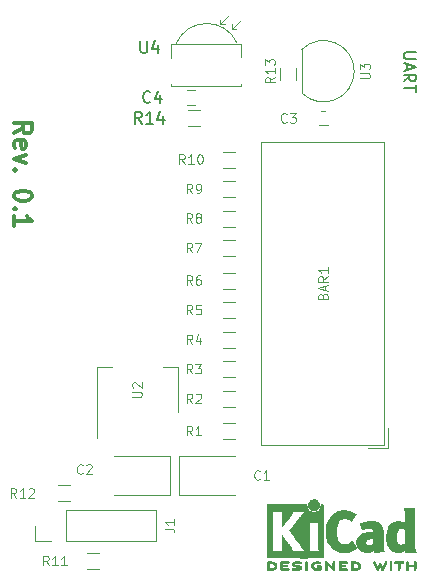
<source format=gto>
G04 #@! TF.GenerationSoftware,KiCad,Pcbnew,no-vcs-found-e0b9a21~60~ubuntu15.04.1*
G04 #@! TF.CreationDate,2017-10-17T01:14:26+03:00*
G04 #@! TF.ProjectId,orange_pi_zero_node,6F72616E67655F70695F7A65726F5F6E,rev?*
G04 #@! TF.SameCoordinates,Original*
G04 #@! TF.FileFunction,Legend,Top*
G04 #@! TF.FilePolarity,Positive*
%FSLAX46Y46*%
G04 Gerber Fmt 4.6, Leading zero omitted, Abs format (unit mm)*
G04 Created by KiCad (PCBNEW no-vcs-found-e0b9a21~60~ubuntu15.04.1) date Tue Oct 17 01:14:26 2017*
%MOMM*%
%LPD*%
G01*
G04 APERTURE LIST*
%ADD10C,0.300000*%
%ADD11C,0.010000*%
%ADD12C,0.120000*%
%ADD13C,0.150000*%
%ADD14C,4.400000*%
%ADD15C,1.924000*%
%ADD16C,2.432000*%
%ADD17R,2.432000X2.432000*%
%ADD18R,2.550000X2.200000*%
%ADD19R,1.600000X1.300000*%
%ADD20R,1.900000X2.400000*%
%ADD21R,4.200000X2.400000*%
%ADD22O,2.100000X2.100000*%
%ADD23R,2.100000X2.100000*%
%ADD24R,1.600000X1.150000*%
%ADD25R,1.300000X1.600000*%
%ADD26R,1.900000X1.300000*%
%ADD27O,1.900000X1.300000*%
%ADD28C,2.200000*%
%ADD29R,2.200000X2.200000*%
G04 APERTURE END LIST*
D10*
X118071428Y-60785714D02*
X118785714Y-60285714D01*
X118071428Y-59928571D02*
X119571428Y-59928571D01*
X119571428Y-60500000D01*
X119500000Y-60642857D01*
X119428571Y-60714285D01*
X119285714Y-60785714D01*
X119071428Y-60785714D01*
X118928571Y-60714285D01*
X118857142Y-60642857D01*
X118785714Y-60500000D01*
X118785714Y-59928571D01*
X118142857Y-62000000D02*
X118071428Y-61857142D01*
X118071428Y-61571428D01*
X118142857Y-61428571D01*
X118285714Y-61357142D01*
X118857142Y-61357142D01*
X119000000Y-61428571D01*
X119071428Y-61571428D01*
X119071428Y-61857142D01*
X119000000Y-62000000D01*
X118857142Y-62071428D01*
X118714285Y-62071428D01*
X118571428Y-61357142D01*
X119071428Y-62571428D02*
X118071428Y-62928571D01*
X119071428Y-63285714D01*
X118214285Y-63857142D02*
X118142857Y-63928571D01*
X118071428Y-63857142D01*
X118142857Y-63785714D01*
X118214285Y-63857142D01*
X118071428Y-63857142D01*
X119571428Y-66000000D02*
X119571428Y-66142857D01*
X119500000Y-66285714D01*
X119428571Y-66357142D01*
X119285714Y-66428571D01*
X119000000Y-66500000D01*
X118642857Y-66500000D01*
X118357142Y-66428571D01*
X118214285Y-66357142D01*
X118142857Y-66285714D01*
X118071428Y-66142857D01*
X118071428Y-66000000D01*
X118142857Y-65857142D01*
X118214285Y-65785714D01*
X118357142Y-65714285D01*
X118642857Y-65642857D01*
X119000000Y-65642857D01*
X119285714Y-65714285D01*
X119428571Y-65785714D01*
X119500000Y-65857142D01*
X119571428Y-66000000D01*
X118214285Y-67142857D02*
X118142857Y-67214285D01*
X118071428Y-67142857D01*
X118142857Y-67071428D01*
X118214285Y-67142857D01*
X118071428Y-67142857D01*
X118071428Y-68642857D02*
X118071428Y-67785714D01*
X118071428Y-68214285D02*
X119571428Y-68214285D01*
X119357142Y-68071428D01*
X119214285Y-67928571D01*
X119142857Y-67785714D01*
D11*
G36*
X139628629Y-97019066D02*
X139668111Y-97019467D01*
X139783800Y-97022259D01*
X139880689Y-97030550D01*
X139962081Y-97045232D01*
X140031277Y-97067193D01*
X140091580Y-97097322D01*
X140146292Y-97136510D01*
X140165833Y-97153532D01*
X140198250Y-97193363D01*
X140227480Y-97247413D01*
X140250009Y-97307323D01*
X140262321Y-97364739D01*
X140263600Y-97385956D01*
X140255583Y-97444769D01*
X140234101Y-97509013D01*
X140203001Y-97569821D01*
X140166134Y-97618330D01*
X140160146Y-97624182D01*
X140109421Y-97665321D01*
X140053875Y-97697435D01*
X139990304Y-97721365D01*
X139915506Y-97737953D01*
X139826278Y-97748041D01*
X139719418Y-97752469D01*
X139670472Y-97752845D01*
X139608238Y-97752545D01*
X139564472Y-97751292D01*
X139535069Y-97748554D01*
X139515921Y-97743801D01*
X139502923Y-97736501D01*
X139495955Y-97730267D01*
X139489374Y-97722694D01*
X139484212Y-97712924D01*
X139480297Y-97698340D01*
X139477457Y-97676326D01*
X139475520Y-97644264D01*
X139474316Y-97599536D01*
X139473672Y-97539526D01*
X139473417Y-97461617D01*
X139473378Y-97385956D01*
X139473130Y-97285041D01*
X139473183Y-97204427D01*
X139474143Y-97165822D01*
X139620133Y-97165822D01*
X139620133Y-97606089D01*
X139713266Y-97606004D01*
X139769307Y-97604396D01*
X139828001Y-97600256D01*
X139876972Y-97594464D01*
X139878462Y-97594226D01*
X139957608Y-97575090D01*
X140018998Y-97545287D01*
X140065695Y-97502878D01*
X140095365Y-97456961D01*
X140113647Y-97406026D01*
X140112229Y-97358200D01*
X140091012Y-97306933D01*
X140049511Y-97253899D01*
X139992002Y-97214600D01*
X139917250Y-97188331D01*
X139867292Y-97179035D01*
X139810584Y-97172507D01*
X139750481Y-97167782D01*
X139699361Y-97165817D01*
X139696333Y-97165808D01*
X139620133Y-97165822D01*
X139474143Y-97165822D01*
X139474740Y-97141851D01*
X139479002Y-97095055D01*
X139487170Y-97061778D01*
X139500444Y-97039759D01*
X139520026Y-97026739D01*
X139547117Y-97020457D01*
X139582918Y-97018653D01*
X139628629Y-97019066D01*
X139628629Y-97019066D01*
G37*
X139628629Y-97019066D02*
X139668111Y-97019467D01*
X139783800Y-97022259D01*
X139880689Y-97030550D01*
X139962081Y-97045232D01*
X140031277Y-97067193D01*
X140091580Y-97097322D01*
X140146292Y-97136510D01*
X140165833Y-97153532D01*
X140198250Y-97193363D01*
X140227480Y-97247413D01*
X140250009Y-97307323D01*
X140262321Y-97364739D01*
X140263600Y-97385956D01*
X140255583Y-97444769D01*
X140234101Y-97509013D01*
X140203001Y-97569821D01*
X140166134Y-97618330D01*
X140160146Y-97624182D01*
X140109421Y-97665321D01*
X140053875Y-97697435D01*
X139990304Y-97721365D01*
X139915506Y-97737953D01*
X139826278Y-97748041D01*
X139719418Y-97752469D01*
X139670472Y-97752845D01*
X139608238Y-97752545D01*
X139564472Y-97751292D01*
X139535069Y-97748554D01*
X139515921Y-97743801D01*
X139502923Y-97736501D01*
X139495955Y-97730267D01*
X139489374Y-97722694D01*
X139484212Y-97712924D01*
X139480297Y-97698340D01*
X139477457Y-97676326D01*
X139475520Y-97644264D01*
X139474316Y-97599536D01*
X139473672Y-97539526D01*
X139473417Y-97461617D01*
X139473378Y-97385956D01*
X139473130Y-97285041D01*
X139473183Y-97204427D01*
X139474143Y-97165822D01*
X139620133Y-97165822D01*
X139620133Y-97606089D01*
X139713266Y-97606004D01*
X139769307Y-97604396D01*
X139828001Y-97600256D01*
X139876972Y-97594464D01*
X139878462Y-97594226D01*
X139957608Y-97575090D01*
X140018998Y-97545287D01*
X140065695Y-97502878D01*
X140095365Y-97456961D01*
X140113647Y-97406026D01*
X140112229Y-97358200D01*
X140091012Y-97306933D01*
X140049511Y-97253899D01*
X139992002Y-97214600D01*
X139917250Y-97188331D01*
X139867292Y-97179035D01*
X139810584Y-97172507D01*
X139750481Y-97167782D01*
X139699361Y-97165817D01*
X139696333Y-97165808D01*
X139620133Y-97165822D01*
X139474143Y-97165822D01*
X139474740Y-97141851D01*
X139479002Y-97095055D01*
X139487170Y-97061778D01*
X139500444Y-97039759D01*
X139520026Y-97026739D01*
X139547117Y-97020457D01*
X139582918Y-97018653D01*
X139628629Y-97019066D01*
G36*
X141037206Y-97019146D02*
X141106614Y-97019518D01*
X141159003Y-97020385D01*
X141197153Y-97021946D01*
X141223841Y-97024403D01*
X141241847Y-97027957D01*
X141253951Y-97032810D01*
X141262931Y-97039161D01*
X141266182Y-97042084D01*
X141285957Y-97073142D01*
X141289518Y-97108828D01*
X141276509Y-97140510D01*
X141270494Y-97146913D01*
X141260765Y-97153121D01*
X141245099Y-97157910D01*
X141220592Y-97161514D01*
X141184339Y-97164164D01*
X141133435Y-97166095D01*
X141064974Y-97167539D01*
X141002383Y-97168418D01*
X140754666Y-97171467D01*
X140751281Y-97236378D01*
X140747895Y-97301289D01*
X140916042Y-97301289D01*
X140989041Y-97301919D01*
X141042483Y-97304553D01*
X141079372Y-97310309D01*
X141102712Y-97320304D01*
X141115506Y-97335656D01*
X141120758Y-97357482D01*
X141121555Y-97377738D01*
X141119077Y-97402592D01*
X141109723Y-97420906D01*
X141090617Y-97433637D01*
X141058882Y-97441741D01*
X141011641Y-97446176D01*
X140946017Y-97447899D01*
X140910199Y-97448045D01*
X140749022Y-97448045D01*
X140749022Y-97606089D01*
X140997378Y-97606089D01*
X141078787Y-97606202D01*
X141140658Y-97606712D01*
X141186032Y-97607870D01*
X141217946Y-97609930D01*
X141239441Y-97613146D01*
X141253557Y-97617772D01*
X141263332Y-97624059D01*
X141268311Y-97628667D01*
X141285390Y-97655560D01*
X141290889Y-97679467D01*
X141283037Y-97708667D01*
X141268311Y-97730267D01*
X141260454Y-97737066D01*
X141250312Y-97742346D01*
X141235156Y-97746298D01*
X141212259Y-97749113D01*
X141178891Y-97750982D01*
X141132325Y-97752098D01*
X141069833Y-97752651D01*
X140988686Y-97752833D01*
X140946578Y-97752845D01*
X140856402Y-97752765D01*
X140786076Y-97752398D01*
X140732871Y-97751552D01*
X140694060Y-97750036D01*
X140666913Y-97747659D01*
X140648702Y-97744229D01*
X140636700Y-97739554D01*
X140628178Y-97733444D01*
X140624844Y-97730267D01*
X140618245Y-97722670D01*
X140613073Y-97712870D01*
X140609154Y-97698239D01*
X140606316Y-97676152D01*
X140604385Y-97643982D01*
X140603188Y-97599103D01*
X140602552Y-97538889D01*
X140602303Y-97460713D01*
X140602266Y-97387923D01*
X140602300Y-97294707D01*
X140602535Y-97221431D01*
X140603170Y-97165458D01*
X140604406Y-97124151D01*
X140606444Y-97094872D01*
X140609483Y-97074984D01*
X140613723Y-97061850D01*
X140619365Y-97052832D01*
X140626609Y-97045293D01*
X140628394Y-97043612D01*
X140637055Y-97036172D01*
X140647118Y-97030409D01*
X140661375Y-97026112D01*
X140682617Y-97023064D01*
X140713636Y-97021051D01*
X140757223Y-97019860D01*
X140816169Y-97019275D01*
X140893266Y-97019083D01*
X140947999Y-97019067D01*
X141037206Y-97019146D01*
X141037206Y-97019146D01*
G37*
X141037206Y-97019146D02*
X141106614Y-97019518D01*
X141159003Y-97020385D01*
X141197153Y-97021946D01*
X141223841Y-97024403D01*
X141241847Y-97027957D01*
X141253951Y-97032810D01*
X141262931Y-97039161D01*
X141266182Y-97042084D01*
X141285957Y-97073142D01*
X141289518Y-97108828D01*
X141276509Y-97140510D01*
X141270494Y-97146913D01*
X141260765Y-97153121D01*
X141245099Y-97157910D01*
X141220592Y-97161514D01*
X141184339Y-97164164D01*
X141133435Y-97166095D01*
X141064974Y-97167539D01*
X141002383Y-97168418D01*
X140754666Y-97171467D01*
X140751281Y-97236378D01*
X140747895Y-97301289D01*
X140916042Y-97301289D01*
X140989041Y-97301919D01*
X141042483Y-97304553D01*
X141079372Y-97310309D01*
X141102712Y-97320304D01*
X141115506Y-97335656D01*
X141120758Y-97357482D01*
X141121555Y-97377738D01*
X141119077Y-97402592D01*
X141109723Y-97420906D01*
X141090617Y-97433637D01*
X141058882Y-97441741D01*
X141011641Y-97446176D01*
X140946017Y-97447899D01*
X140910199Y-97448045D01*
X140749022Y-97448045D01*
X140749022Y-97606089D01*
X140997378Y-97606089D01*
X141078787Y-97606202D01*
X141140658Y-97606712D01*
X141186032Y-97607870D01*
X141217946Y-97609930D01*
X141239441Y-97613146D01*
X141253557Y-97617772D01*
X141263332Y-97624059D01*
X141268311Y-97628667D01*
X141285390Y-97655560D01*
X141290889Y-97679467D01*
X141283037Y-97708667D01*
X141268311Y-97730267D01*
X141260454Y-97737066D01*
X141250312Y-97742346D01*
X141235156Y-97746298D01*
X141212259Y-97749113D01*
X141178891Y-97750982D01*
X141132325Y-97752098D01*
X141069833Y-97752651D01*
X140988686Y-97752833D01*
X140946578Y-97752845D01*
X140856402Y-97752765D01*
X140786076Y-97752398D01*
X140732871Y-97751552D01*
X140694060Y-97750036D01*
X140666913Y-97747659D01*
X140648702Y-97744229D01*
X140636700Y-97739554D01*
X140628178Y-97733444D01*
X140624844Y-97730267D01*
X140618245Y-97722670D01*
X140613073Y-97712870D01*
X140609154Y-97698239D01*
X140606316Y-97676152D01*
X140604385Y-97643982D01*
X140603188Y-97599103D01*
X140602552Y-97538889D01*
X140602303Y-97460713D01*
X140602266Y-97387923D01*
X140602300Y-97294707D01*
X140602535Y-97221431D01*
X140603170Y-97165458D01*
X140604406Y-97124151D01*
X140606444Y-97094872D01*
X140609483Y-97074984D01*
X140613723Y-97061850D01*
X140619365Y-97052832D01*
X140626609Y-97045293D01*
X140628394Y-97043612D01*
X140637055Y-97036172D01*
X140647118Y-97030409D01*
X140661375Y-97026112D01*
X140682617Y-97023064D01*
X140713636Y-97021051D01*
X140757223Y-97019860D01*
X140816169Y-97019275D01*
X140893266Y-97019083D01*
X140947999Y-97019067D01*
X141037206Y-97019146D01*
G36*
X142058297Y-97020351D02*
X142133112Y-97025581D01*
X142202694Y-97033750D01*
X142262998Y-97044550D01*
X142309980Y-97057673D01*
X142339594Y-97072813D01*
X142344140Y-97077269D01*
X142359946Y-97111850D01*
X142355153Y-97147351D01*
X142330636Y-97177725D01*
X142329466Y-97178596D01*
X142315046Y-97187954D01*
X142299992Y-97192876D01*
X142278995Y-97193473D01*
X142246743Y-97189861D01*
X142197927Y-97182154D01*
X142194000Y-97181505D01*
X142121261Y-97172569D01*
X142042783Y-97168161D01*
X141964073Y-97168119D01*
X141890639Y-97172279D01*
X141827989Y-97180479D01*
X141781630Y-97192557D01*
X141778584Y-97193771D01*
X141744952Y-97212615D01*
X141733136Y-97231685D01*
X141742386Y-97250439D01*
X141771953Y-97268337D01*
X141821089Y-97284837D01*
X141889043Y-97299396D01*
X141934355Y-97306406D01*
X142028544Y-97319889D01*
X142103456Y-97332214D01*
X142162283Y-97344449D01*
X142208215Y-97357661D01*
X142244445Y-97372917D01*
X142274162Y-97391285D01*
X142300558Y-97413831D01*
X142321770Y-97435971D01*
X142346935Y-97466819D01*
X142359319Y-97493345D01*
X142363192Y-97526026D01*
X142363333Y-97537995D01*
X142360424Y-97577712D01*
X142348798Y-97607259D01*
X142328677Y-97633486D01*
X142287784Y-97673576D01*
X142242183Y-97704149D01*
X142188487Y-97726203D01*
X142123308Y-97740735D01*
X142043256Y-97748741D01*
X141944943Y-97751218D01*
X141928711Y-97751177D01*
X141863151Y-97749818D01*
X141798134Y-97746730D01*
X141740748Y-97742356D01*
X141698078Y-97737140D01*
X141694628Y-97736541D01*
X141652204Y-97726491D01*
X141616220Y-97713796D01*
X141595850Y-97702190D01*
X141576893Y-97671572D01*
X141575573Y-97635918D01*
X141591915Y-97604144D01*
X141595571Y-97600551D01*
X141610685Y-97589876D01*
X141629585Y-97585276D01*
X141658838Y-97586059D01*
X141694349Y-97590127D01*
X141734030Y-97593762D01*
X141789655Y-97596828D01*
X141854594Y-97599053D01*
X141922215Y-97600164D01*
X141940000Y-97600237D01*
X142007872Y-97599964D01*
X142057546Y-97598646D01*
X142093390Y-97595827D01*
X142119776Y-97591050D01*
X142141074Y-97583857D01*
X142153874Y-97577867D01*
X142182000Y-97561233D01*
X142199932Y-97546168D01*
X142202553Y-97541897D01*
X142197024Y-97524263D01*
X142170740Y-97507192D01*
X142125522Y-97491458D01*
X142063192Y-97477838D01*
X142044829Y-97474804D01*
X141948910Y-97459738D01*
X141872359Y-97447146D01*
X141812220Y-97436111D01*
X141765540Y-97425720D01*
X141729363Y-97415056D01*
X141700735Y-97403205D01*
X141676702Y-97389251D01*
X141654308Y-97372281D01*
X141630598Y-97351378D01*
X141622620Y-97344049D01*
X141594647Y-97316699D01*
X141579840Y-97295029D01*
X141574048Y-97270232D01*
X141573111Y-97238983D01*
X141583425Y-97177705D01*
X141614248Y-97125640D01*
X141665405Y-97082958D01*
X141736717Y-97049825D01*
X141787600Y-97034964D01*
X141842900Y-97025366D01*
X141909147Y-97019936D01*
X141982294Y-97018367D01*
X142058297Y-97020351D01*
X142058297Y-97020351D01*
G37*
X142058297Y-97020351D02*
X142133112Y-97025581D01*
X142202694Y-97033750D01*
X142262998Y-97044550D01*
X142309980Y-97057673D01*
X142339594Y-97072813D01*
X142344140Y-97077269D01*
X142359946Y-97111850D01*
X142355153Y-97147351D01*
X142330636Y-97177725D01*
X142329466Y-97178596D01*
X142315046Y-97187954D01*
X142299992Y-97192876D01*
X142278995Y-97193473D01*
X142246743Y-97189861D01*
X142197927Y-97182154D01*
X142194000Y-97181505D01*
X142121261Y-97172569D01*
X142042783Y-97168161D01*
X141964073Y-97168119D01*
X141890639Y-97172279D01*
X141827989Y-97180479D01*
X141781630Y-97192557D01*
X141778584Y-97193771D01*
X141744952Y-97212615D01*
X141733136Y-97231685D01*
X141742386Y-97250439D01*
X141771953Y-97268337D01*
X141821089Y-97284837D01*
X141889043Y-97299396D01*
X141934355Y-97306406D01*
X142028544Y-97319889D01*
X142103456Y-97332214D01*
X142162283Y-97344449D01*
X142208215Y-97357661D01*
X142244445Y-97372917D01*
X142274162Y-97391285D01*
X142300558Y-97413831D01*
X142321770Y-97435971D01*
X142346935Y-97466819D01*
X142359319Y-97493345D01*
X142363192Y-97526026D01*
X142363333Y-97537995D01*
X142360424Y-97577712D01*
X142348798Y-97607259D01*
X142328677Y-97633486D01*
X142287784Y-97673576D01*
X142242183Y-97704149D01*
X142188487Y-97726203D01*
X142123308Y-97740735D01*
X142043256Y-97748741D01*
X141944943Y-97751218D01*
X141928711Y-97751177D01*
X141863151Y-97749818D01*
X141798134Y-97746730D01*
X141740748Y-97742356D01*
X141698078Y-97737140D01*
X141694628Y-97736541D01*
X141652204Y-97726491D01*
X141616220Y-97713796D01*
X141595850Y-97702190D01*
X141576893Y-97671572D01*
X141575573Y-97635918D01*
X141591915Y-97604144D01*
X141595571Y-97600551D01*
X141610685Y-97589876D01*
X141629585Y-97585276D01*
X141658838Y-97586059D01*
X141694349Y-97590127D01*
X141734030Y-97593762D01*
X141789655Y-97596828D01*
X141854594Y-97599053D01*
X141922215Y-97600164D01*
X141940000Y-97600237D01*
X142007872Y-97599964D01*
X142057546Y-97598646D01*
X142093390Y-97595827D01*
X142119776Y-97591050D01*
X142141074Y-97583857D01*
X142153874Y-97577867D01*
X142182000Y-97561233D01*
X142199932Y-97546168D01*
X142202553Y-97541897D01*
X142197024Y-97524263D01*
X142170740Y-97507192D01*
X142125522Y-97491458D01*
X142063192Y-97477838D01*
X142044829Y-97474804D01*
X141948910Y-97459738D01*
X141872359Y-97447146D01*
X141812220Y-97436111D01*
X141765540Y-97425720D01*
X141729363Y-97415056D01*
X141700735Y-97403205D01*
X141676702Y-97389251D01*
X141654308Y-97372281D01*
X141630598Y-97351378D01*
X141622620Y-97344049D01*
X141594647Y-97316699D01*
X141579840Y-97295029D01*
X141574048Y-97270232D01*
X141573111Y-97238983D01*
X141583425Y-97177705D01*
X141614248Y-97125640D01*
X141665405Y-97082958D01*
X141736717Y-97049825D01*
X141787600Y-97034964D01*
X141842900Y-97025366D01*
X141909147Y-97019936D01*
X141982294Y-97018367D01*
X142058297Y-97020351D01*
G36*
X142826178Y-97041645D02*
X142832758Y-97049218D01*
X142837921Y-97058987D01*
X142841836Y-97073571D01*
X142844676Y-97095585D01*
X142846613Y-97127648D01*
X142847817Y-97172375D01*
X142848461Y-97232385D01*
X142848716Y-97310294D01*
X142848755Y-97385956D01*
X142848686Y-97479802D01*
X142848362Y-97553689D01*
X142847614Y-97610232D01*
X142846268Y-97652049D01*
X142844154Y-97681757D01*
X142841100Y-97701973D01*
X142836934Y-97715314D01*
X142831484Y-97724398D01*
X142826178Y-97730267D01*
X142793174Y-97749947D01*
X142758009Y-97748181D01*
X142726545Y-97726717D01*
X142719316Y-97718337D01*
X142713666Y-97708614D01*
X142709401Y-97694861D01*
X142706327Y-97674389D01*
X142704248Y-97644512D01*
X142702970Y-97602541D01*
X142702299Y-97545789D01*
X142702041Y-97471567D01*
X142702000Y-97387537D01*
X142702000Y-97074485D01*
X142729709Y-97046776D01*
X142763863Y-97023463D01*
X142796994Y-97022623D01*
X142826178Y-97041645D01*
X142826178Y-97041645D01*
G37*
X142826178Y-97041645D02*
X142832758Y-97049218D01*
X142837921Y-97058987D01*
X142841836Y-97073571D01*
X142844676Y-97095585D01*
X142846613Y-97127648D01*
X142847817Y-97172375D01*
X142848461Y-97232385D01*
X142848716Y-97310294D01*
X142848755Y-97385956D01*
X142848686Y-97479802D01*
X142848362Y-97553689D01*
X142847614Y-97610232D01*
X142846268Y-97652049D01*
X142844154Y-97681757D01*
X142841100Y-97701973D01*
X142836934Y-97715314D01*
X142831484Y-97724398D01*
X142826178Y-97730267D01*
X142793174Y-97749947D01*
X142758009Y-97748181D01*
X142726545Y-97726717D01*
X142719316Y-97718337D01*
X142713666Y-97708614D01*
X142709401Y-97694861D01*
X142706327Y-97674389D01*
X142704248Y-97644512D01*
X142702970Y-97602541D01*
X142702299Y-97545789D01*
X142702041Y-97471567D01*
X142702000Y-97387537D01*
X142702000Y-97074485D01*
X142729709Y-97046776D01*
X142763863Y-97023463D01*
X142796994Y-97022623D01*
X142826178Y-97041645D01*
G36*
X143799919Y-97024599D02*
X143868435Y-97036095D01*
X143921057Y-97053967D01*
X143955292Y-97077499D01*
X143964621Y-97090924D01*
X143974107Y-97122148D01*
X143967723Y-97150395D01*
X143947570Y-97177182D01*
X143916255Y-97189713D01*
X143870817Y-97188696D01*
X143835674Y-97181906D01*
X143757581Y-97168971D01*
X143677774Y-97167742D01*
X143588445Y-97178241D01*
X143563771Y-97182690D01*
X143480709Y-97206108D01*
X143415727Y-97240945D01*
X143369539Y-97286604D01*
X143342855Y-97342494D01*
X143337337Y-97371388D01*
X143340949Y-97430012D01*
X143364271Y-97481879D01*
X143405176Y-97525978D01*
X143461541Y-97561299D01*
X143531240Y-97586829D01*
X143612148Y-97601559D01*
X143702140Y-97604478D01*
X143799090Y-97594575D01*
X143804564Y-97593641D01*
X143843125Y-97586459D01*
X143864506Y-97579521D01*
X143873773Y-97569227D01*
X143875994Y-97551976D01*
X143876044Y-97542841D01*
X143876044Y-97504489D01*
X143807569Y-97504489D01*
X143747100Y-97500347D01*
X143705835Y-97487147D01*
X143681825Y-97463730D01*
X143673123Y-97428936D01*
X143673017Y-97424394D01*
X143678108Y-97394654D01*
X143695567Y-97373419D01*
X143728061Y-97359366D01*
X143778257Y-97351173D01*
X143826877Y-97348161D01*
X143897544Y-97346433D01*
X143948802Y-97349070D01*
X143983761Y-97358800D01*
X144005530Y-97378353D01*
X144017220Y-97410456D01*
X144021940Y-97457838D01*
X144022800Y-97520071D01*
X144021391Y-97589535D01*
X144017152Y-97636786D01*
X144010064Y-97662012D01*
X144008689Y-97663988D01*
X143969772Y-97695508D01*
X143912714Y-97720470D01*
X143841131Y-97738340D01*
X143758642Y-97748586D01*
X143668861Y-97750673D01*
X143575408Y-97744068D01*
X143520444Y-97735956D01*
X143434234Y-97711554D01*
X143354108Y-97671662D01*
X143287023Y-97619887D01*
X143276827Y-97609539D01*
X143243698Y-97566035D01*
X143213806Y-97512118D01*
X143190643Y-97455592D01*
X143177702Y-97404259D01*
X143176142Y-97384544D01*
X143182782Y-97343419D01*
X143200432Y-97292252D01*
X143225703Y-97238394D01*
X143255211Y-97189195D01*
X143281281Y-97156334D01*
X143342235Y-97107452D01*
X143421031Y-97068545D01*
X143514843Y-97040494D01*
X143620850Y-97024179D01*
X143718000Y-97020192D01*
X143799919Y-97024599D01*
X143799919Y-97024599D01*
G37*
X143799919Y-97024599D02*
X143868435Y-97036095D01*
X143921057Y-97053967D01*
X143955292Y-97077499D01*
X143964621Y-97090924D01*
X143974107Y-97122148D01*
X143967723Y-97150395D01*
X143947570Y-97177182D01*
X143916255Y-97189713D01*
X143870817Y-97188696D01*
X143835674Y-97181906D01*
X143757581Y-97168971D01*
X143677774Y-97167742D01*
X143588445Y-97178241D01*
X143563771Y-97182690D01*
X143480709Y-97206108D01*
X143415727Y-97240945D01*
X143369539Y-97286604D01*
X143342855Y-97342494D01*
X143337337Y-97371388D01*
X143340949Y-97430012D01*
X143364271Y-97481879D01*
X143405176Y-97525978D01*
X143461541Y-97561299D01*
X143531240Y-97586829D01*
X143612148Y-97601559D01*
X143702140Y-97604478D01*
X143799090Y-97594575D01*
X143804564Y-97593641D01*
X143843125Y-97586459D01*
X143864506Y-97579521D01*
X143873773Y-97569227D01*
X143875994Y-97551976D01*
X143876044Y-97542841D01*
X143876044Y-97504489D01*
X143807569Y-97504489D01*
X143747100Y-97500347D01*
X143705835Y-97487147D01*
X143681825Y-97463730D01*
X143673123Y-97428936D01*
X143673017Y-97424394D01*
X143678108Y-97394654D01*
X143695567Y-97373419D01*
X143728061Y-97359366D01*
X143778257Y-97351173D01*
X143826877Y-97348161D01*
X143897544Y-97346433D01*
X143948802Y-97349070D01*
X143983761Y-97358800D01*
X144005530Y-97378353D01*
X144017220Y-97410456D01*
X144021940Y-97457838D01*
X144022800Y-97520071D01*
X144021391Y-97589535D01*
X144017152Y-97636786D01*
X144010064Y-97662012D01*
X144008689Y-97663988D01*
X143969772Y-97695508D01*
X143912714Y-97720470D01*
X143841131Y-97738340D01*
X143758642Y-97748586D01*
X143668861Y-97750673D01*
X143575408Y-97744068D01*
X143520444Y-97735956D01*
X143434234Y-97711554D01*
X143354108Y-97671662D01*
X143287023Y-97619887D01*
X143276827Y-97609539D01*
X143243698Y-97566035D01*
X143213806Y-97512118D01*
X143190643Y-97455592D01*
X143177702Y-97404259D01*
X143176142Y-97384544D01*
X143182782Y-97343419D01*
X143200432Y-97292252D01*
X143225703Y-97238394D01*
X143255211Y-97189195D01*
X143281281Y-97156334D01*
X143342235Y-97107452D01*
X143421031Y-97068545D01*
X143514843Y-97040494D01*
X143620850Y-97024179D01*
X143718000Y-97020192D01*
X143799919Y-97024599D01*
G36*
X144449886Y-97023448D02*
X144473452Y-97037273D01*
X144504265Y-97059881D01*
X144543922Y-97092338D01*
X144594020Y-97135708D01*
X144656157Y-97191058D01*
X144731928Y-97259451D01*
X144818666Y-97338084D01*
X144999289Y-97501878D01*
X145004933Y-97282029D01*
X145006971Y-97206351D01*
X145008937Y-97149994D01*
X145011266Y-97109706D01*
X145014394Y-97082235D01*
X145018755Y-97064329D01*
X145024784Y-97052737D01*
X145032916Y-97044208D01*
X145037228Y-97040623D01*
X145071759Y-97021670D01*
X145104617Y-97024441D01*
X145130682Y-97040633D01*
X145157333Y-97062199D01*
X145160648Y-97377151D01*
X145161565Y-97469779D01*
X145162032Y-97542544D01*
X145161887Y-97598161D01*
X145160968Y-97639342D01*
X145159113Y-97668803D01*
X145156161Y-97689255D01*
X145151950Y-97703413D01*
X145146318Y-97713991D01*
X145140073Y-97722474D01*
X145126561Y-97738207D01*
X145113117Y-97748636D01*
X145097876Y-97752639D01*
X145078974Y-97749094D01*
X145054545Y-97736879D01*
X145022727Y-97714871D01*
X144981652Y-97681949D01*
X144929458Y-97636991D01*
X144864278Y-97578875D01*
X144790444Y-97512099D01*
X144525155Y-97271458D01*
X144519511Y-97490589D01*
X144517469Y-97566128D01*
X144515498Y-97622354D01*
X144513161Y-97662524D01*
X144510019Y-97689896D01*
X144505636Y-97707728D01*
X144499576Y-97719279D01*
X144491400Y-97727807D01*
X144487216Y-97731282D01*
X144450235Y-97750372D01*
X144415292Y-97747493D01*
X144384864Y-97723100D01*
X144377903Y-97713286D01*
X144372477Y-97701826D01*
X144368397Y-97685968D01*
X144365471Y-97662963D01*
X144363508Y-97630062D01*
X144362317Y-97584516D01*
X144361708Y-97523573D01*
X144361489Y-97444486D01*
X144361466Y-97385956D01*
X144361540Y-97294407D01*
X144361887Y-97222687D01*
X144362699Y-97168045D01*
X144364167Y-97127732D01*
X144366481Y-97098998D01*
X144369833Y-97079093D01*
X144374412Y-97065268D01*
X144380411Y-97054772D01*
X144384864Y-97048811D01*
X144396150Y-97034691D01*
X144406699Y-97024029D01*
X144418107Y-97017892D01*
X144431970Y-97017343D01*
X144449886Y-97023448D01*
X144449886Y-97023448D01*
G37*
X144449886Y-97023448D02*
X144473452Y-97037273D01*
X144504265Y-97059881D01*
X144543922Y-97092338D01*
X144594020Y-97135708D01*
X144656157Y-97191058D01*
X144731928Y-97259451D01*
X144818666Y-97338084D01*
X144999289Y-97501878D01*
X145004933Y-97282029D01*
X145006971Y-97206351D01*
X145008937Y-97149994D01*
X145011266Y-97109706D01*
X145014394Y-97082235D01*
X145018755Y-97064329D01*
X145024784Y-97052737D01*
X145032916Y-97044208D01*
X145037228Y-97040623D01*
X145071759Y-97021670D01*
X145104617Y-97024441D01*
X145130682Y-97040633D01*
X145157333Y-97062199D01*
X145160648Y-97377151D01*
X145161565Y-97469779D01*
X145162032Y-97542544D01*
X145161887Y-97598161D01*
X145160968Y-97639342D01*
X145159113Y-97668803D01*
X145156161Y-97689255D01*
X145151950Y-97703413D01*
X145146318Y-97713991D01*
X145140073Y-97722474D01*
X145126561Y-97738207D01*
X145113117Y-97748636D01*
X145097876Y-97752639D01*
X145078974Y-97749094D01*
X145054545Y-97736879D01*
X145022727Y-97714871D01*
X144981652Y-97681949D01*
X144929458Y-97636991D01*
X144864278Y-97578875D01*
X144790444Y-97512099D01*
X144525155Y-97271458D01*
X144519511Y-97490589D01*
X144517469Y-97566128D01*
X144515498Y-97622354D01*
X144513161Y-97662524D01*
X144510019Y-97689896D01*
X144505636Y-97707728D01*
X144499576Y-97719279D01*
X144491400Y-97727807D01*
X144487216Y-97731282D01*
X144450235Y-97750372D01*
X144415292Y-97747493D01*
X144384864Y-97723100D01*
X144377903Y-97713286D01*
X144372477Y-97701826D01*
X144368397Y-97685968D01*
X144365471Y-97662963D01*
X144363508Y-97630062D01*
X144362317Y-97584516D01*
X144361708Y-97523573D01*
X144361489Y-97444486D01*
X144361466Y-97385956D01*
X144361540Y-97294407D01*
X144361887Y-97222687D01*
X144362699Y-97168045D01*
X144364167Y-97127732D01*
X144366481Y-97098998D01*
X144369833Y-97079093D01*
X144374412Y-97065268D01*
X144380411Y-97054772D01*
X144384864Y-97048811D01*
X144396150Y-97034691D01*
X144406699Y-97024029D01*
X144418107Y-97017892D01*
X144431970Y-97017343D01*
X144449886Y-97023448D01*
G36*
X145980343Y-97019260D02*
X146056701Y-97020174D01*
X146115217Y-97022311D01*
X146158255Y-97026175D01*
X146188183Y-97032267D01*
X146207368Y-97041090D01*
X146218176Y-97053146D01*
X146222973Y-97068939D01*
X146224127Y-97088970D01*
X146224133Y-97091335D01*
X146223131Y-97113992D01*
X146218396Y-97131503D01*
X146207333Y-97144574D01*
X146187348Y-97153913D01*
X146155846Y-97160227D01*
X146110232Y-97164222D01*
X146047913Y-97166606D01*
X145966293Y-97168086D01*
X145941277Y-97168414D01*
X145699200Y-97171467D01*
X145695814Y-97236378D01*
X145692429Y-97301289D01*
X145860576Y-97301289D01*
X145926266Y-97301531D01*
X145973172Y-97302556D01*
X146005083Y-97304811D01*
X146025791Y-97308742D01*
X146039084Y-97314798D01*
X146048755Y-97323424D01*
X146048817Y-97323493D01*
X146066356Y-97357112D01*
X146065722Y-97393448D01*
X146047314Y-97424423D01*
X146043671Y-97427607D01*
X146030741Y-97435812D01*
X146013024Y-97441521D01*
X145986570Y-97445162D01*
X145947432Y-97447167D01*
X145891662Y-97447964D01*
X145855994Y-97448045D01*
X145693555Y-97448045D01*
X145693555Y-97606089D01*
X145940161Y-97606089D01*
X146021580Y-97606231D01*
X146083410Y-97606814D01*
X146128637Y-97608068D01*
X146160248Y-97610227D01*
X146181231Y-97613523D01*
X146194573Y-97618189D01*
X146203261Y-97624457D01*
X146205450Y-97626733D01*
X146221614Y-97658280D01*
X146222797Y-97694168D01*
X146209536Y-97725285D01*
X146199043Y-97735271D01*
X146188129Y-97740769D01*
X146171217Y-97745022D01*
X146145633Y-97748180D01*
X146108701Y-97750392D01*
X146057746Y-97751806D01*
X145990094Y-97752572D01*
X145903069Y-97752838D01*
X145883394Y-97752845D01*
X145794911Y-97752787D01*
X145726227Y-97752467D01*
X145674564Y-97751667D01*
X145637145Y-97750167D01*
X145611190Y-97747749D01*
X145593922Y-97744194D01*
X145582562Y-97739282D01*
X145574332Y-97732795D01*
X145569817Y-97728138D01*
X145563021Y-97719889D01*
X145557712Y-97709669D01*
X145553706Y-97694800D01*
X145550821Y-97672602D01*
X145548874Y-97640393D01*
X145547681Y-97595496D01*
X145547061Y-97535228D01*
X145546829Y-97456911D01*
X145546800Y-97390994D01*
X145546871Y-97298628D01*
X145547208Y-97226117D01*
X145547998Y-97170737D01*
X145549426Y-97129765D01*
X145551679Y-97100478D01*
X145554943Y-97080153D01*
X145559404Y-97066066D01*
X145565248Y-97055495D01*
X145570197Y-97048811D01*
X145593594Y-97019067D01*
X145883774Y-97019067D01*
X145980343Y-97019260D01*
X145980343Y-97019260D01*
G37*
X145980343Y-97019260D02*
X146056701Y-97020174D01*
X146115217Y-97022311D01*
X146158255Y-97026175D01*
X146188183Y-97032267D01*
X146207368Y-97041090D01*
X146218176Y-97053146D01*
X146222973Y-97068939D01*
X146224127Y-97088970D01*
X146224133Y-97091335D01*
X146223131Y-97113992D01*
X146218396Y-97131503D01*
X146207333Y-97144574D01*
X146187348Y-97153913D01*
X146155846Y-97160227D01*
X146110232Y-97164222D01*
X146047913Y-97166606D01*
X145966293Y-97168086D01*
X145941277Y-97168414D01*
X145699200Y-97171467D01*
X145695814Y-97236378D01*
X145692429Y-97301289D01*
X145860576Y-97301289D01*
X145926266Y-97301531D01*
X145973172Y-97302556D01*
X146005083Y-97304811D01*
X146025791Y-97308742D01*
X146039084Y-97314798D01*
X146048755Y-97323424D01*
X146048817Y-97323493D01*
X146066356Y-97357112D01*
X146065722Y-97393448D01*
X146047314Y-97424423D01*
X146043671Y-97427607D01*
X146030741Y-97435812D01*
X146013024Y-97441521D01*
X145986570Y-97445162D01*
X145947432Y-97447167D01*
X145891662Y-97447964D01*
X145855994Y-97448045D01*
X145693555Y-97448045D01*
X145693555Y-97606089D01*
X145940161Y-97606089D01*
X146021580Y-97606231D01*
X146083410Y-97606814D01*
X146128637Y-97608068D01*
X146160248Y-97610227D01*
X146181231Y-97613523D01*
X146194573Y-97618189D01*
X146203261Y-97624457D01*
X146205450Y-97626733D01*
X146221614Y-97658280D01*
X146222797Y-97694168D01*
X146209536Y-97725285D01*
X146199043Y-97735271D01*
X146188129Y-97740769D01*
X146171217Y-97745022D01*
X146145633Y-97748180D01*
X146108701Y-97750392D01*
X146057746Y-97751806D01*
X145990094Y-97752572D01*
X145903069Y-97752838D01*
X145883394Y-97752845D01*
X145794911Y-97752787D01*
X145726227Y-97752467D01*
X145674564Y-97751667D01*
X145637145Y-97750167D01*
X145611190Y-97747749D01*
X145593922Y-97744194D01*
X145582562Y-97739282D01*
X145574332Y-97732795D01*
X145569817Y-97728138D01*
X145563021Y-97719889D01*
X145557712Y-97709669D01*
X145553706Y-97694800D01*
X145550821Y-97672602D01*
X145548874Y-97640393D01*
X145547681Y-97595496D01*
X145547061Y-97535228D01*
X145546829Y-97456911D01*
X145546800Y-97390994D01*
X145546871Y-97298628D01*
X145547208Y-97226117D01*
X145547998Y-97170737D01*
X145549426Y-97129765D01*
X145551679Y-97100478D01*
X145554943Y-97080153D01*
X145559404Y-97066066D01*
X145565248Y-97055495D01*
X145570197Y-97048811D01*
X145593594Y-97019067D01*
X145883774Y-97019067D01*
X145980343Y-97019260D01*
G36*
X146768309Y-97019275D02*
X146897288Y-97023636D01*
X147006991Y-97036861D01*
X147099226Y-97059741D01*
X147175802Y-97093070D01*
X147238527Y-97137638D01*
X147289212Y-97194236D01*
X147329663Y-97263658D01*
X147330459Y-97265351D01*
X147354601Y-97327483D01*
X147363203Y-97382509D01*
X147356231Y-97437887D01*
X147333654Y-97501073D01*
X147329372Y-97510689D01*
X147300172Y-97566966D01*
X147267356Y-97610451D01*
X147225002Y-97647417D01*
X147167190Y-97684135D01*
X147163831Y-97686052D01*
X147113504Y-97710227D01*
X147056621Y-97728282D01*
X146989527Y-97740839D01*
X146908565Y-97748522D01*
X146810082Y-97751953D01*
X146775286Y-97752251D01*
X146609594Y-97752845D01*
X146586197Y-97723100D01*
X146579257Y-97713319D01*
X146573842Y-97701897D01*
X146569765Y-97686095D01*
X146566837Y-97663175D01*
X146564867Y-97630396D01*
X146564225Y-97606089D01*
X146720844Y-97606089D01*
X146814726Y-97606089D01*
X146869664Y-97604483D01*
X146926060Y-97600255D01*
X146972345Y-97594292D01*
X146975139Y-97593790D01*
X147057348Y-97571736D01*
X147121114Y-97538600D01*
X147168452Y-97492847D01*
X147201382Y-97432939D01*
X147207108Y-97417061D01*
X147212721Y-97392333D01*
X147210291Y-97367902D01*
X147198467Y-97335400D01*
X147191340Y-97319434D01*
X147168000Y-97277006D01*
X147139880Y-97247240D01*
X147108940Y-97226511D01*
X147046966Y-97199537D01*
X146967651Y-97179998D01*
X146875253Y-97168746D01*
X146808333Y-97166270D01*
X146720844Y-97165822D01*
X146720844Y-97606089D01*
X146564225Y-97606089D01*
X146563668Y-97585021D01*
X146563050Y-97524311D01*
X146562825Y-97445526D01*
X146562800Y-97383920D01*
X146562800Y-97074485D01*
X146590509Y-97046776D01*
X146602806Y-97035544D01*
X146616103Y-97027853D01*
X146634672Y-97023040D01*
X146662786Y-97020446D01*
X146704717Y-97019410D01*
X146764737Y-97019270D01*
X146768309Y-97019275D01*
X146768309Y-97019275D01*
G37*
X146768309Y-97019275D02*
X146897288Y-97023636D01*
X147006991Y-97036861D01*
X147099226Y-97059741D01*
X147175802Y-97093070D01*
X147238527Y-97137638D01*
X147289212Y-97194236D01*
X147329663Y-97263658D01*
X147330459Y-97265351D01*
X147354601Y-97327483D01*
X147363203Y-97382509D01*
X147356231Y-97437887D01*
X147333654Y-97501073D01*
X147329372Y-97510689D01*
X147300172Y-97566966D01*
X147267356Y-97610451D01*
X147225002Y-97647417D01*
X147167190Y-97684135D01*
X147163831Y-97686052D01*
X147113504Y-97710227D01*
X147056621Y-97728282D01*
X146989527Y-97740839D01*
X146908565Y-97748522D01*
X146810082Y-97751953D01*
X146775286Y-97752251D01*
X146609594Y-97752845D01*
X146586197Y-97723100D01*
X146579257Y-97713319D01*
X146573842Y-97701897D01*
X146569765Y-97686095D01*
X146566837Y-97663175D01*
X146564867Y-97630396D01*
X146564225Y-97606089D01*
X146720844Y-97606089D01*
X146814726Y-97606089D01*
X146869664Y-97604483D01*
X146926060Y-97600255D01*
X146972345Y-97594292D01*
X146975139Y-97593790D01*
X147057348Y-97571736D01*
X147121114Y-97538600D01*
X147168452Y-97492847D01*
X147201382Y-97432939D01*
X147207108Y-97417061D01*
X147212721Y-97392333D01*
X147210291Y-97367902D01*
X147198467Y-97335400D01*
X147191340Y-97319434D01*
X147168000Y-97277006D01*
X147139880Y-97247240D01*
X147108940Y-97226511D01*
X147046966Y-97199537D01*
X146967651Y-97179998D01*
X146875253Y-97168746D01*
X146808333Y-97166270D01*
X146720844Y-97165822D01*
X146720844Y-97606089D01*
X146564225Y-97606089D01*
X146563668Y-97585021D01*
X146563050Y-97524311D01*
X146562825Y-97445526D01*
X146562800Y-97383920D01*
X146562800Y-97074485D01*
X146590509Y-97046776D01*
X146602806Y-97035544D01*
X146616103Y-97027853D01*
X146634672Y-97023040D01*
X146662786Y-97020446D01*
X146704717Y-97019410D01*
X146764737Y-97019270D01*
X146768309Y-97019275D01*
G36*
X149494665Y-97021034D02*
X149514255Y-97028035D01*
X149515010Y-97028377D01*
X149541613Y-97048678D01*
X149556270Y-97069561D01*
X149559138Y-97079352D01*
X149558996Y-97092361D01*
X149554961Y-97110895D01*
X149546146Y-97137257D01*
X149531669Y-97173752D01*
X149510645Y-97222687D01*
X149482188Y-97286365D01*
X149445415Y-97367093D01*
X149425175Y-97411216D01*
X149388625Y-97489985D01*
X149354315Y-97562423D01*
X149323552Y-97625880D01*
X149297648Y-97677708D01*
X149277910Y-97715259D01*
X149265650Y-97735884D01*
X149263224Y-97738733D01*
X149232183Y-97751302D01*
X149197121Y-97749619D01*
X149169000Y-97734332D01*
X149167854Y-97733089D01*
X149156668Y-97716154D01*
X149137904Y-97683170D01*
X149113875Y-97638380D01*
X149086897Y-97586032D01*
X149077201Y-97566742D01*
X149004014Y-97420150D01*
X148924240Y-97579393D01*
X148895767Y-97634415D01*
X148869350Y-97682132D01*
X148847148Y-97718893D01*
X148831319Y-97741044D01*
X148825954Y-97745741D01*
X148784257Y-97752102D01*
X148749849Y-97738733D01*
X148739728Y-97724446D01*
X148722214Y-97692692D01*
X148698735Y-97646597D01*
X148670720Y-97589285D01*
X148639599Y-97523880D01*
X148606799Y-97453507D01*
X148573750Y-97381291D01*
X148541881Y-97310355D01*
X148512619Y-97243825D01*
X148487395Y-97184826D01*
X148467636Y-97136481D01*
X148454772Y-97101915D01*
X148450231Y-97084253D01*
X148450277Y-97083613D01*
X148461326Y-97061388D01*
X148483410Y-97038753D01*
X148484710Y-97037768D01*
X148511853Y-97022425D01*
X148536958Y-97022574D01*
X148546368Y-97025466D01*
X148557834Y-97031718D01*
X148570010Y-97044014D01*
X148584357Y-97064908D01*
X148602336Y-97096949D01*
X148625407Y-97142688D01*
X148655030Y-97204677D01*
X148681745Y-97261898D01*
X148712480Y-97328226D01*
X148740021Y-97387874D01*
X148762938Y-97437725D01*
X148779798Y-97474664D01*
X148789173Y-97495573D01*
X148790540Y-97498845D01*
X148796689Y-97493497D01*
X148810822Y-97471109D01*
X148831057Y-97434946D01*
X148855515Y-97388277D01*
X148865248Y-97369022D01*
X148898217Y-97304004D01*
X148923643Y-97256654D01*
X148943612Y-97224219D01*
X148960210Y-97203946D01*
X148975524Y-97193082D01*
X148991640Y-97188875D01*
X149002143Y-97188400D01*
X149020670Y-97190042D01*
X149036904Y-97196831D01*
X149053035Y-97211566D01*
X149071251Y-97237044D01*
X149093739Y-97276061D01*
X149122689Y-97331414D01*
X149138662Y-97362903D01*
X149164570Y-97413087D01*
X149187167Y-97454704D01*
X149204458Y-97484242D01*
X149214450Y-97498189D01*
X149215809Y-97498770D01*
X149222261Y-97487793D01*
X149236708Y-97459290D01*
X149257703Y-97416244D01*
X149283797Y-97361638D01*
X149313546Y-97298454D01*
X149328180Y-97267071D01*
X149366250Y-97186078D01*
X149396905Y-97123756D01*
X149421737Y-97078071D01*
X149442337Y-97046989D01*
X149460298Y-97028478D01*
X149477210Y-97020504D01*
X149494665Y-97021034D01*
X149494665Y-97021034D01*
G37*
X149494665Y-97021034D02*
X149514255Y-97028035D01*
X149515010Y-97028377D01*
X149541613Y-97048678D01*
X149556270Y-97069561D01*
X149559138Y-97079352D01*
X149558996Y-97092361D01*
X149554961Y-97110895D01*
X149546146Y-97137257D01*
X149531669Y-97173752D01*
X149510645Y-97222687D01*
X149482188Y-97286365D01*
X149445415Y-97367093D01*
X149425175Y-97411216D01*
X149388625Y-97489985D01*
X149354315Y-97562423D01*
X149323552Y-97625880D01*
X149297648Y-97677708D01*
X149277910Y-97715259D01*
X149265650Y-97735884D01*
X149263224Y-97738733D01*
X149232183Y-97751302D01*
X149197121Y-97749619D01*
X149169000Y-97734332D01*
X149167854Y-97733089D01*
X149156668Y-97716154D01*
X149137904Y-97683170D01*
X149113875Y-97638380D01*
X149086897Y-97586032D01*
X149077201Y-97566742D01*
X149004014Y-97420150D01*
X148924240Y-97579393D01*
X148895767Y-97634415D01*
X148869350Y-97682132D01*
X148847148Y-97718893D01*
X148831319Y-97741044D01*
X148825954Y-97745741D01*
X148784257Y-97752102D01*
X148749849Y-97738733D01*
X148739728Y-97724446D01*
X148722214Y-97692692D01*
X148698735Y-97646597D01*
X148670720Y-97589285D01*
X148639599Y-97523880D01*
X148606799Y-97453507D01*
X148573750Y-97381291D01*
X148541881Y-97310355D01*
X148512619Y-97243825D01*
X148487395Y-97184826D01*
X148467636Y-97136481D01*
X148454772Y-97101915D01*
X148450231Y-97084253D01*
X148450277Y-97083613D01*
X148461326Y-97061388D01*
X148483410Y-97038753D01*
X148484710Y-97037768D01*
X148511853Y-97022425D01*
X148536958Y-97022574D01*
X148546368Y-97025466D01*
X148557834Y-97031718D01*
X148570010Y-97044014D01*
X148584357Y-97064908D01*
X148602336Y-97096949D01*
X148625407Y-97142688D01*
X148655030Y-97204677D01*
X148681745Y-97261898D01*
X148712480Y-97328226D01*
X148740021Y-97387874D01*
X148762938Y-97437725D01*
X148779798Y-97474664D01*
X148789173Y-97495573D01*
X148790540Y-97498845D01*
X148796689Y-97493497D01*
X148810822Y-97471109D01*
X148831057Y-97434946D01*
X148855515Y-97388277D01*
X148865248Y-97369022D01*
X148898217Y-97304004D01*
X148923643Y-97256654D01*
X148943612Y-97224219D01*
X148960210Y-97203946D01*
X148975524Y-97193082D01*
X148991640Y-97188875D01*
X149002143Y-97188400D01*
X149020670Y-97190042D01*
X149036904Y-97196831D01*
X149053035Y-97211566D01*
X149071251Y-97237044D01*
X149093739Y-97276061D01*
X149122689Y-97331414D01*
X149138662Y-97362903D01*
X149164570Y-97413087D01*
X149187167Y-97454704D01*
X149204458Y-97484242D01*
X149214450Y-97498189D01*
X149215809Y-97498770D01*
X149222261Y-97487793D01*
X149236708Y-97459290D01*
X149257703Y-97416244D01*
X149283797Y-97361638D01*
X149313546Y-97298454D01*
X149328180Y-97267071D01*
X149366250Y-97186078D01*
X149396905Y-97123756D01*
X149421737Y-97078071D01*
X149442337Y-97046989D01*
X149460298Y-97028478D01*
X149477210Y-97020504D01*
X149494665Y-97021034D01*
G36*
X149938614Y-97025877D02*
X149962327Y-97040647D01*
X149988978Y-97062227D01*
X149988978Y-97383773D01*
X149988893Y-97477830D01*
X149988529Y-97551932D01*
X149987724Y-97608704D01*
X149986313Y-97650768D01*
X149984133Y-97680748D01*
X149981021Y-97701267D01*
X149976814Y-97714949D01*
X149971348Y-97724416D01*
X149967472Y-97729082D01*
X149936034Y-97749575D01*
X149900233Y-97748739D01*
X149868873Y-97731264D01*
X149842222Y-97709684D01*
X149842222Y-97062227D01*
X149868873Y-97040647D01*
X149894594Y-97024949D01*
X149915600Y-97019067D01*
X149938614Y-97025877D01*
X149938614Y-97025877D01*
G37*
X149938614Y-97025877D02*
X149962327Y-97040647D01*
X149988978Y-97062227D01*
X149988978Y-97383773D01*
X149988893Y-97477830D01*
X149988529Y-97551932D01*
X149987724Y-97608704D01*
X149986313Y-97650768D01*
X149984133Y-97680748D01*
X149981021Y-97701267D01*
X149976814Y-97714949D01*
X149971348Y-97724416D01*
X149967472Y-97729082D01*
X149936034Y-97749575D01*
X149900233Y-97748739D01*
X149868873Y-97731264D01*
X149842222Y-97709684D01*
X149842222Y-97062227D01*
X149868873Y-97040647D01*
X149894594Y-97024949D01*
X149915600Y-97019067D01*
X149938614Y-97025877D01*
G36*
X150713065Y-97019163D02*
X150791772Y-97019542D01*
X150852863Y-97020333D01*
X150898817Y-97021670D01*
X150932114Y-97023683D01*
X150955236Y-97026506D01*
X150970662Y-97030269D01*
X150980871Y-97035105D01*
X150985813Y-97038822D01*
X151011457Y-97071358D01*
X151014559Y-97105138D01*
X150998711Y-97135826D01*
X150988348Y-97148089D01*
X150977196Y-97156450D01*
X150961035Y-97161657D01*
X150935642Y-97164457D01*
X150896798Y-97165596D01*
X150840280Y-97165821D01*
X150829180Y-97165822D01*
X150683244Y-97165822D01*
X150683244Y-97436756D01*
X150683148Y-97522154D01*
X150682711Y-97587864D01*
X150681712Y-97636774D01*
X150679928Y-97671773D01*
X150677137Y-97695749D01*
X150673117Y-97711593D01*
X150667645Y-97722191D01*
X150660666Y-97730267D01*
X150627734Y-97750112D01*
X150593354Y-97748548D01*
X150562176Y-97725906D01*
X150559886Y-97723100D01*
X150552429Y-97712492D01*
X150546747Y-97700081D01*
X150542601Y-97682850D01*
X150539750Y-97657784D01*
X150537954Y-97621867D01*
X150536972Y-97572083D01*
X150536564Y-97505417D01*
X150536489Y-97429589D01*
X150536489Y-97165822D01*
X150397127Y-97165822D01*
X150337322Y-97165418D01*
X150295918Y-97163840D01*
X150268748Y-97160547D01*
X150251646Y-97154992D01*
X150240443Y-97146631D01*
X150239083Y-97145178D01*
X150222725Y-97111939D01*
X150224172Y-97074362D01*
X150242978Y-97041645D01*
X150250250Y-97035298D01*
X150259627Y-97030266D01*
X150273609Y-97026396D01*
X150294696Y-97023537D01*
X150325389Y-97021535D01*
X150368189Y-97020239D01*
X150425595Y-97019498D01*
X150500110Y-97019158D01*
X150594233Y-97019068D01*
X150614260Y-97019067D01*
X150713065Y-97019163D01*
X150713065Y-97019163D01*
G37*
X150713065Y-97019163D02*
X150791772Y-97019542D01*
X150852863Y-97020333D01*
X150898817Y-97021670D01*
X150932114Y-97023683D01*
X150955236Y-97026506D01*
X150970662Y-97030269D01*
X150980871Y-97035105D01*
X150985813Y-97038822D01*
X151011457Y-97071358D01*
X151014559Y-97105138D01*
X150998711Y-97135826D01*
X150988348Y-97148089D01*
X150977196Y-97156450D01*
X150961035Y-97161657D01*
X150935642Y-97164457D01*
X150896798Y-97165596D01*
X150840280Y-97165821D01*
X150829180Y-97165822D01*
X150683244Y-97165822D01*
X150683244Y-97436756D01*
X150683148Y-97522154D01*
X150682711Y-97587864D01*
X150681712Y-97636774D01*
X150679928Y-97671773D01*
X150677137Y-97695749D01*
X150673117Y-97711593D01*
X150667645Y-97722191D01*
X150660666Y-97730267D01*
X150627734Y-97750112D01*
X150593354Y-97748548D01*
X150562176Y-97725906D01*
X150559886Y-97723100D01*
X150552429Y-97712492D01*
X150546747Y-97700081D01*
X150542601Y-97682850D01*
X150539750Y-97657784D01*
X150537954Y-97621867D01*
X150536972Y-97572083D01*
X150536564Y-97505417D01*
X150536489Y-97429589D01*
X150536489Y-97165822D01*
X150397127Y-97165822D01*
X150337322Y-97165418D01*
X150295918Y-97163840D01*
X150268748Y-97160547D01*
X150251646Y-97154992D01*
X150240443Y-97146631D01*
X150239083Y-97145178D01*
X150222725Y-97111939D01*
X150224172Y-97074362D01*
X150242978Y-97041645D01*
X150250250Y-97035298D01*
X150259627Y-97030266D01*
X150273609Y-97026396D01*
X150294696Y-97023537D01*
X150325389Y-97021535D01*
X150368189Y-97020239D01*
X150425595Y-97019498D01*
X150500110Y-97019158D01*
X150594233Y-97019068D01*
X150614260Y-97019067D01*
X150713065Y-97019163D01*
G36*
X151978823Y-97024533D02*
X152010202Y-97046776D01*
X152037911Y-97074485D01*
X152037911Y-97383920D01*
X152037838Y-97475799D01*
X152037495Y-97547840D01*
X152036692Y-97602780D01*
X152035241Y-97643360D01*
X152032952Y-97672317D01*
X152029636Y-97692391D01*
X152025105Y-97706321D01*
X152019169Y-97716845D01*
X152014514Y-97723100D01*
X151983783Y-97747673D01*
X151948496Y-97750341D01*
X151916245Y-97735271D01*
X151905588Y-97726374D01*
X151898464Y-97714557D01*
X151894167Y-97695526D01*
X151891991Y-97664992D01*
X151891228Y-97618662D01*
X151891155Y-97582871D01*
X151891155Y-97448045D01*
X151394444Y-97448045D01*
X151394444Y-97570700D01*
X151393931Y-97626787D01*
X151391876Y-97665333D01*
X151387508Y-97691361D01*
X151380056Y-97709897D01*
X151371047Y-97723100D01*
X151340144Y-97747604D01*
X151305196Y-97750506D01*
X151271738Y-97733089D01*
X151262604Y-97723959D01*
X151256152Y-97711855D01*
X151251897Y-97693001D01*
X151249352Y-97663620D01*
X151248029Y-97619937D01*
X151247443Y-97558175D01*
X151247375Y-97544000D01*
X151246891Y-97427631D01*
X151246641Y-97331727D01*
X151246723Y-97254177D01*
X151247231Y-97192869D01*
X151248262Y-97145690D01*
X151249913Y-97110530D01*
X151252279Y-97085276D01*
X151255457Y-97067817D01*
X151259544Y-97056041D01*
X151264634Y-97047835D01*
X151270266Y-97041645D01*
X151302128Y-97021844D01*
X151335357Y-97024533D01*
X151366735Y-97046776D01*
X151379433Y-97061126D01*
X151387526Y-97076978D01*
X151392042Y-97099554D01*
X151394006Y-97134078D01*
X151394444Y-97185776D01*
X151394444Y-97301289D01*
X151891155Y-97301289D01*
X151891155Y-97182756D01*
X151891662Y-97128148D01*
X151893698Y-97091275D01*
X151898035Y-97067307D01*
X151905447Y-97051415D01*
X151913733Y-97041645D01*
X151945594Y-97021844D01*
X151978823Y-97024533D01*
X151978823Y-97024533D01*
G37*
X151978823Y-97024533D02*
X152010202Y-97046776D01*
X152037911Y-97074485D01*
X152037911Y-97383920D01*
X152037838Y-97475799D01*
X152037495Y-97547840D01*
X152036692Y-97602780D01*
X152035241Y-97643360D01*
X152032952Y-97672317D01*
X152029636Y-97692391D01*
X152025105Y-97706321D01*
X152019169Y-97716845D01*
X152014514Y-97723100D01*
X151983783Y-97747673D01*
X151948496Y-97750341D01*
X151916245Y-97735271D01*
X151905588Y-97726374D01*
X151898464Y-97714557D01*
X151894167Y-97695526D01*
X151891991Y-97664992D01*
X151891228Y-97618662D01*
X151891155Y-97582871D01*
X151891155Y-97448045D01*
X151394444Y-97448045D01*
X151394444Y-97570700D01*
X151393931Y-97626787D01*
X151391876Y-97665333D01*
X151387508Y-97691361D01*
X151380056Y-97709897D01*
X151371047Y-97723100D01*
X151340144Y-97747604D01*
X151305196Y-97750506D01*
X151271738Y-97733089D01*
X151262604Y-97723959D01*
X151256152Y-97711855D01*
X151251897Y-97693001D01*
X151249352Y-97663620D01*
X151248029Y-97619937D01*
X151247443Y-97558175D01*
X151247375Y-97544000D01*
X151246891Y-97427631D01*
X151246641Y-97331727D01*
X151246723Y-97254177D01*
X151247231Y-97192869D01*
X151248262Y-97145690D01*
X151249913Y-97110530D01*
X151252279Y-97085276D01*
X151255457Y-97067817D01*
X151259544Y-97056041D01*
X151264634Y-97047835D01*
X151270266Y-97041645D01*
X151302128Y-97021844D01*
X151335357Y-97024533D01*
X151366735Y-97046776D01*
X151379433Y-97061126D01*
X151387526Y-97076978D01*
X151392042Y-97099554D01*
X151394006Y-97134078D01*
X151394444Y-97185776D01*
X151394444Y-97301289D01*
X151891155Y-97301289D01*
X151891155Y-97182756D01*
X151891662Y-97128148D01*
X151893698Y-97091275D01*
X151898035Y-97067307D01*
X151905447Y-97051415D01*
X151913733Y-97041645D01*
X151945594Y-97021844D01*
X151978823Y-97024533D01*
G36*
X142803600Y-92239054D02*
X142814465Y-92352993D01*
X142846082Y-92460616D01*
X142896985Y-92559615D01*
X142965707Y-92647684D01*
X143050781Y-92722516D01*
X143147768Y-92780384D01*
X143254036Y-92820005D01*
X143361050Y-92838573D01*
X143466700Y-92837434D01*
X143568875Y-92817930D01*
X143665466Y-92781406D01*
X143754362Y-92729205D01*
X143833454Y-92662673D01*
X143900631Y-92583152D01*
X143953783Y-92491987D01*
X143990801Y-92390523D01*
X144009573Y-92280102D01*
X144011511Y-92230206D01*
X144011511Y-92142267D01*
X144063440Y-92142267D01*
X144099747Y-92145111D01*
X144126645Y-92156911D01*
X144153751Y-92180649D01*
X144192133Y-92219031D01*
X144192133Y-94410602D01*
X144192124Y-94672739D01*
X144192092Y-94913241D01*
X144192028Y-95133048D01*
X144191924Y-95333101D01*
X144191773Y-95514344D01*
X144191566Y-95677716D01*
X144191294Y-95824160D01*
X144190950Y-95954617D01*
X144190526Y-96070029D01*
X144190013Y-96171338D01*
X144189403Y-96259484D01*
X144188688Y-96335410D01*
X144187860Y-96400057D01*
X144186911Y-96454367D01*
X144185833Y-96499280D01*
X144184617Y-96535740D01*
X144183255Y-96564687D01*
X144181739Y-96587063D01*
X144180062Y-96603809D01*
X144178214Y-96615868D01*
X144176187Y-96624180D01*
X144173975Y-96629687D01*
X144172892Y-96631537D01*
X144168729Y-96638549D01*
X144165195Y-96644996D01*
X144161365Y-96650900D01*
X144156318Y-96656286D01*
X144149129Y-96661178D01*
X144138877Y-96665598D01*
X144124636Y-96669572D01*
X144105486Y-96673121D01*
X144080501Y-96676270D01*
X144048760Y-96679042D01*
X144009338Y-96681461D01*
X143961314Y-96683551D01*
X143903763Y-96685335D01*
X143835763Y-96686837D01*
X143756390Y-96688080D01*
X143664721Y-96689089D01*
X143559834Y-96689885D01*
X143440804Y-96690494D01*
X143306710Y-96690939D01*
X143156627Y-96691243D01*
X142989633Y-96691430D01*
X142804804Y-96691524D01*
X142601217Y-96691548D01*
X142377950Y-96691525D01*
X142134078Y-96691480D01*
X141868679Y-96691437D01*
X141830296Y-96691432D01*
X141563318Y-96691389D01*
X141317998Y-96691318D01*
X141093417Y-96691213D01*
X140888655Y-96691066D01*
X140702794Y-96690869D01*
X140534912Y-96690616D01*
X140384092Y-96690300D01*
X140249413Y-96689913D01*
X140129956Y-96689447D01*
X140024801Y-96688897D01*
X139933029Y-96688253D01*
X139853721Y-96687511D01*
X139785957Y-96686661D01*
X139728818Y-96685697D01*
X139681383Y-96684611D01*
X139642734Y-96683397D01*
X139611951Y-96682047D01*
X139588115Y-96680555D01*
X139570306Y-96678911D01*
X139557605Y-96677111D01*
X139549092Y-96675145D01*
X139544734Y-96673477D01*
X139536272Y-96669906D01*
X139528503Y-96667270D01*
X139521398Y-96664634D01*
X139514927Y-96661062D01*
X139509061Y-96655621D01*
X139503771Y-96647375D01*
X139499026Y-96635390D01*
X139494798Y-96618731D01*
X139491057Y-96596463D01*
X139487773Y-96567652D01*
X139484917Y-96531363D01*
X139482460Y-96486661D01*
X139480371Y-96432611D01*
X139478622Y-96368279D01*
X139477183Y-96292730D01*
X139476024Y-96205030D01*
X139475117Y-96104243D01*
X139474431Y-95989434D01*
X139473937Y-95859670D01*
X139473605Y-95714015D01*
X139473407Y-95551535D01*
X139473313Y-95371295D01*
X139473292Y-95172360D01*
X139473315Y-94953796D01*
X139473354Y-94714668D01*
X139473378Y-94454040D01*
X139473378Y-94411889D01*
X139473364Y-94148992D01*
X139473339Y-93907732D01*
X139473329Y-93687165D01*
X139473358Y-93486352D01*
X139473452Y-93304349D01*
X139473638Y-93140216D01*
X139473941Y-92993011D01*
X139474386Y-92861792D01*
X139474966Y-92751867D01*
X139777803Y-92751867D01*
X139817593Y-92809711D01*
X139828764Y-92825479D01*
X139838834Y-92839441D01*
X139847862Y-92852784D01*
X139855903Y-92866693D01*
X139863014Y-92882356D01*
X139869253Y-92900958D01*
X139874675Y-92923686D01*
X139879338Y-92951727D01*
X139883299Y-92986267D01*
X139886615Y-93028492D01*
X139889341Y-93079589D01*
X139891536Y-93140744D01*
X139893255Y-93213144D01*
X139894556Y-93297975D01*
X139895495Y-93396422D01*
X139896130Y-93509674D01*
X139896516Y-93638916D01*
X139896712Y-93785334D01*
X139896773Y-93950116D01*
X139896757Y-94134447D01*
X139896720Y-94339513D01*
X139896711Y-94462133D01*
X139896735Y-94679082D01*
X139896769Y-94874642D01*
X139896757Y-95049999D01*
X139896642Y-95206341D01*
X139896370Y-95344857D01*
X139895882Y-95466734D01*
X139895124Y-95573160D01*
X139894038Y-95665322D01*
X139892569Y-95744409D01*
X139890660Y-95811608D01*
X139888256Y-95868107D01*
X139885299Y-95915093D01*
X139881734Y-95953755D01*
X139877505Y-95985280D01*
X139872554Y-96010855D01*
X139866827Y-96031670D01*
X139860267Y-96048911D01*
X139852817Y-96063765D01*
X139844421Y-96077422D01*
X139835024Y-96091069D01*
X139824568Y-96105893D01*
X139818477Y-96114783D01*
X139779704Y-96172400D01*
X140311268Y-96172400D01*
X140434517Y-96172365D01*
X140537013Y-96172215D01*
X140620580Y-96171878D01*
X140687044Y-96171286D01*
X140738229Y-96170367D01*
X140775959Y-96169051D01*
X140802060Y-96167269D01*
X140818356Y-96164951D01*
X140826672Y-96162026D01*
X140828832Y-96158424D01*
X140826661Y-96154075D01*
X140825465Y-96152645D01*
X140800315Y-96115573D01*
X140774417Y-96062772D01*
X140750808Y-96000770D01*
X140742539Y-95974357D01*
X140737922Y-95956416D01*
X140734021Y-95935355D01*
X140730752Y-95909089D01*
X140728034Y-95875532D01*
X140725785Y-95832599D01*
X140723923Y-95778204D01*
X140722364Y-95710262D01*
X140721028Y-95626688D01*
X140719831Y-95525395D01*
X140718692Y-95404300D01*
X140718315Y-95359600D01*
X140717298Y-95234449D01*
X140716540Y-95130082D01*
X140716097Y-95044707D01*
X140716030Y-94976533D01*
X140716395Y-94923765D01*
X140717252Y-94884614D01*
X140718659Y-94857285D01*
X140720675Y-94839986D01*
X140723357Y-94830926D01*
X140726764Y-94828312D01*
X140730956Y-94830351D01*
X140735429Y-94834667D01*
X140745784Y-94847602D01*
X140767842Y-94876676D01*
X140800043Y-94919759D01*
X140840826Y-94974718D01*
X140888630Y-95039423D01*
X140941895Y-95111742D01*
X140999060Y-95189544D01*
X141058563Y-95270698D01*
X141118845Y-95353072D01*
X141178345Y-95434536D01*
X141235502Y-95512957D01*
X141288755Y-95586204D01*
X141336543Y-95652147D01*
X141377307Y-95708654D01*
X141409484Y-95753593D01*
X141431515Y-95784834D01*
X141436083Y-95791466D01*
X141459004Y-95828369D01*
X141485812Y-95876359D01*
X141511211Y-95925897D01*
X141514432Y-95932577D01*
X141536110Y-95980772D01*
X141548696Y-96018334D01*
X141554426Y-96054160D01*
X141555544Y-96096200D01*
X141554910Y-96172400D01*
X142709349Y-96172400D01*
X142618185Y-96078669D01*
X142571388Y-96028775D01*
X142521101Y-95972295D01*
X142475056Y-95918026D01*
X142454631Y-95892673D01*
X142424193Y-95853128D01*
X142384138Y-95799916D01*
X142335639Y-95734667D01*
X142279865Y-95659011D01*
X142217989Y-95574577D01*
X142151181Y-95482994D01*
X142080613Y-95385892D01*
X142007455Y-95284901D01*
X141932879Y-95181650D01*
X141858056Y-95077768D01*
X141784157Y-94974885D01*
X141712354Y-94874631D01*
X141643816Y-94778636D01*
X141579716Y-94688527D01*
X141521225Y-94605936D01*
X141469514Y-94532492D01*
X141425753Y-94469824D01*
X141391115Y-94419561D01*
X141366770Y-94383334D01*
X141353889Y-94362771D01*
X141352131Y-94358668D01*
X141360090Y-94347342D01*
X141380885Y-94320162D01*
X141413153Y-94278829D01*
X141455530Y-94225044D01*
X141506653Y-94160506D01*
X141565159Y-94086918D01*
X141629686Y-94005978D01*
X141698869Y-93919388D01*
X141771347Y-93828848D01*
X141845754Y-93736060D01*
X141905483Y-93661702D01*
X142916489Y-93661702D01*
X142922398Y-93674659D01*
X142936728Y-93696908D01*
X142937775Y-93698391D01*
X142956562Y-93728544D01*
X142976209Y-93765375D01*
X142980108Y-93773511D01*
X142983644Y-93781940D01*
X142986770Y-93792059D01*
X142989514Y-93805260D01*
X142991908Y-93822938D01*
X142993981Y-93846484D01*
X142995765Y-93877293D01*
X142997288Y-93916757D01*
X142998581Y-93966269D01*
X142999674Y-94027223D01*
X143000597Y-94101011D01*
X143001381Y-94189028D01*
X143002055Y-94292665D01*
X143002650Y-94413316D01*
X143003195Y-94552374D01*
X143003721Y-94711232D01*
X143004255Y-94890089D01*
X143004794Y-95075207D01*
X143005228Y-95239145D01*
X143005491Y-95383303D01*
X143005516Y-95509079D01*
X143005235Y-95617871D01*
X143004581Y-95711077D01*
X143003486Y-95790097D01*
X143001882Y-95856328D01*
X142999703Y-95911170D01*
X142996881Y-95956021D01*
X142993349Y-95992278D01*
X142989039Y-96021341D01*
X142983883Y-96044609D01*
X142977815Y-96063479D01*
X142970767Y-96079351D01*
X142962671Y-96093622D01*
X142953460Y-96107691D01*
X142944960Y-96120158D01*
X142927824Y-96146452D01*
X142917678Y-96164037D01*
X142916489Y-96167257D01*
X142927396Y-96168334D01*
X142958589Y-96169335D01*
X143007777Y-96170235D01*
X143072667Y-96171010D01*
X143150970Y-96171637D01*
X143240393Y-96172091D01*
X143338644Y-96172349D01*
X143407555Y-96172400D01*
X143512548Y-96172180D01*
X143609390Y-96171548D01*
X143695893Y-96170549D01*
X143769868Y-96169227D01*
X143829126Y-96167626D01*
X143871480Y-96165791D01*
X143894740Y-96163765D01*
X143898622Y-96162493D01*
X143890924Y-96147591D01*
X143882926Y-96139560D01*
X143869754Y-96122434D01*
X143852515Y-96092183D01*
X143840593Y-96067622D01*
X143813955Y-96008711D01*
X143810880Y-94831845D01*
X143807805Y-93654978D01*
X143362147Y-93654978D01*
X143264330Y-93655142D01*
X143173936Y-93655611D01*
X143093370Y-93656347D01*
X143025038Y-93657316D01*
X142971344Y-93658480D01*
X142934695Y-93659803D01*
X142917496Y-93661249D01*
X142916489Y-93661702D01*
X141905483Y-93661702D01*
X141920730Y-93642722D01*
X141994910Y-93550537D01*
X142066931Y-93461204D01*
X142135431Y-93376424D01*
X142199045Y-93297898D01*
X142256412Y-93227326D01*
X142306167Y-93166409D01*
X142346948Y-93116847D01*
X142364112Y-93096178D01*
X142450404Y-92995516D01*
X142527003Y-92912259D01*
X142595817Y-92844438D01*
X142658752Y-92790089D01*
X142668133Y-92782722D01*
X142707644Y-92752117D01*
X141575884Y-92751867D01*
X141581173Y-92799844D01*
X141577870Y-92857188D01*
X141556339Y-92925463D01*
X141516365Y-93005212D01*
X141471057Y-93077495D01*
X141454839Y-93100140D01*
X141426786Y-93137696D01*
X141388570Y-93188021D01*
X141341863Y-93248973D01*
X141288339Y-93318411D01*
X141229669Y-93394194D01*
X141167525Y-93474180D01*
X141103579Y-93556228D01*
X141039505Y-93638196D01*
X140976973Y-93717943D01*
X140917657Y-93793327D01*
X140863229Y-93862207D01*
X140815361Y-93922442D01*
X140775725Y-93971889D01*
X140745994Y-94008408D01*
X140727839Y-94029858D01*
X140724780Y-94033156D01*
X140721921Y-94025149D01*
X140719707Y-93994855D01*
X140718143Y-93942556D01*
X140717233Y-93868531D01*
X140716980Y-93773063D01*
X140717387Y-93656434D01*
X140718296Y-93536445D01*
X140719618Y-93404333D01*
X140721143Y-93292594D01*
X140723119Y-93199025D01*
X140725794Y-93121419D01*
X140729418Y-93057574D01*
X140734239Y-93005283D01*
X140740506Y-92962344D01*
X140748468Y-92926551D01*
X140758373Y-92895700D01*
X140770469Y-92867586D01*
X140785007Y-92840005D01*
X140799689Y-92814966D01*
X140837686Y-92751867D01*
X139777803Y-92751867D01*
X139474966Y-92751867D01*
X139474999Y-92745617D01*
X139475805Y-92643544D01*
X139476830Y-92554633D01*
X139478100Y-92477941D01*
X139479640Y-92412527D01*
X139481476Y-92357449D01*
X139483633Y-92311765D01*
X139486137Y-92274534D01*
X139489013Y-92244813D01*
X139492287Y-92221662D01*
X139495985Y-92204139D01*
X139500131Y-92191301D01*
X139504753Y-92182208D01*
X139509874Y-92175918D01*
X139515522Y-92171488D01*
X139521721Y-92167978D01*
X139528496Y-92164445D01*
X139534492Y-92160876D01*
X139539725Y-92158300D01*
X139547901Y-92155972D01*
X139560114Y-92153878D01*
X139577459Y-92152007D01*
X139601031Y-92150347D01*
X139631923Y-92148884D01*
X139671232Y-92147608D01*
X139720050Y-92146504D01*
X139779473Y-92145561D01*
X139850596Y-92144767D01*
X139934512Y-92144109D01*
X140032317Y-92143575D01*
X140145106Y-92143153D01*
X140273971Y-92142829D01*
X140420009Y-92142592D01*
X140584314Y-92142430D01*
X140767980Y-92142330D01*
X140972103Y-92142280D01*
X141183247Y-92142267D01*
X142803600Y-92142267D01*
X142803600Y-92239054D01*
X142803600Y-92239054D01*
G37*
X142803600Y-92239054D02*
X142814465Y-92352993D01*
X142846082Y-92460616D01*
X142896985Y-92559615D01*
X142965707Y-92647684D01*
X143050781Y-92722516D01*
X143147768Y-92780384D01*
X143254036Y-92820005D01*
X143361050Y-92838573D01*
X143466700Y-92837434D01*
X143568875Y-92817930D01*
X143665466Y-92781406D01*
X143754362Y-92729205D01*
X143833454Y-92662673D01*
X143900631Y-92583152D01*
X143953783Y-92491987D01*
X143990801Y-92390523D01*
X144009573Y-92280102D01*
X144011511Y-92230206D01*
X144011511Y-92142267D01*
X144063440Y-92142267D01*
X144099747Y-92145111D01*
X144126645Y-92156911D01*
X144153751Y-92180649D01*
X144192133Y-92219031D01*
X144192133Y-94410602D01*
X144192124Y-94672739D01*
X144192092Y-94913241D01*
X144192028Y-95133048D01*
X144191924Y-95333101D01*
X144191773Y-95514344D01*
X144191566Y-95677716D01*
X144191294Y-95824160D01*
X144190950Y-95954617D01*
X144190526Y-96070029D01*
X144190013Y-96171338D01*
X144189403Y-96259484D01*
X144188688Y-96335410D01*
X144187860Y-96400057D01*
X144186911Y-96454367D01*
X144185833Y-96499280D01*
X144184617Y-96535740D01*
X144183255Y-96564687D01*
X144181739Y-96587063D01*
X144180062Y-96603809D01*
X144178214Y-96615868D01*
X144176187Y-96624180D01*
X144173975Y-96629687D01*
X144172892Y-96631537D01*
X144168729Y-96638549D01*
X144165195Y-96644996D01*
X144161365Y-96650900D01*
X144156318Y-96656286D01*
X144149129Y-96661178D01*
X144138877Y-96665598D01*
X144124636Y-96669572D01*
X144105486Y-96673121D01*
X144080501Y-96676270D01*
X144048760Y-96679042D01*
X144009338Y-96681461D01*
X143961314Y-96683551D01*
X143903763Y-96685335D01*
X143835763Y-96686837D01*
X143756390Y-96688080D01*
X143664721Y-96689089D01*
X143559834Y-96689885D01*
X143440804Y-96690494D01*
X143306710Y-96690939D01*
X143156627Y-96691243D01*
X142989633Y-96691430D01*
X142804804Y-96691524D01*
X142601217Y-96691548D01*
X142377950Y-96691525D01*
X142134078Y-96691480D01*
X141868679Y-96691437D01*
X141830296Y-96691432D01*
X141563318Y-96691389D01*
X141317998Y-96691318D01*
X141093417Y-96691213D01*
X140888655Y-96691066D01*
X140702794Y-96690869D01*
X140534912Y-96690616D01*
X140384092Y-96690300D01*
X140249413Y-96689913D01*
X140129956Y-96689447D01*
X140024801Y-96688897D01*
X139933029Y-96688253D01*
X139853721Y-96687511D01*
X139785957Y-96686661D01*
X139728818Y-96685697D01*
X139681383Y-96684611D01*
X139642734Y-96683397D01*
X139611951Y-96682047D01*
X139588115Y-96680555D01*
X139570306Y-96678911D01*
X139557605Y-96677111D01*
X139549092Y-96675145D01*
X139544734Y-96673477D01*
X139536272Y-96669906D01*
X139528503Y-96667270D01*
X139521398Y-96664634D01*
X139514927Y-96661062D01*
X139509061Y-96655621D01*
X139503771Y-96647375D01*
X139499026Y-96635390D01*
X139494798Y-96618731D01*
X139491057Y-96596463D01*
X139487773Y-96567652D01*
X139484917Y-96531363D01*
X139482460Y-96486661D01*
X139480371Y-96432611D01*
X139478622Y-96368279D01*
X139477183Y-96292730D01*
X139476024Y-96205030D01*
X139475117Y-96104243D01*
X139474431Y-95989434D01*
X139473937Y-95859670D01*
X139473605Y-95714015D01*
X139473407Y-95551535D01*
X139473313Y-95371295D01*
X139473292Y-95172360D01*
X139473315Y-94953796D01*
X139473354Y-94714668D01*
X139473378Y-94454040D01*
X139473378Y-94411889D01*
X139473364Y-94148992D01*
X139473339Y-93907732D01*
X139473329Y-93687165D01*
X139473358Y-93486352D01*
X139473452Y-93304349D01*
X139473638Y-93140216D01*
X139473941Y-92993011D01*
X139474386Y-92861792D01*
X139474966Y-92751867D01*
X139777803Y-92751867D01*
X139817593Y-92809711D01*
X139828764Y-92825479D01*
X139838834Y-92839441D01*
X139847862Y-92852784D01*
X139855903Y-92866693D01*
X139863014Y-92882356D01*
X139869253Y-92900958D01*
X139874675Y-92923686D01*
X139879338Y-92951727D01*
X139883299Y-92986267D01*
X139886615Y-93028492D01*
X139889341Y-93079589D01*
X139891536Y-93140744D01*
X139893255Y-93213144D01*
X139894556Y-93297975D01*
X139895495Y-93396422D01*
X139896130Y-93509674D01*
X139896516Y-93638916D01*
X139896712Y-93785334D01*
X139896773Y-93950116D01*
X139896757Y-94134447D01*
X139896720Y-94339513D01*
X139896711Y-94462133D01*
X139896735Y-94679082D01*
X139896769Y-94874642D01*
X139896757Y-95049999D01*
X139896642Y-95206341D01*
X139896370Y-95344857D01*
X139895882Y-95466734D01*
X139895124Y-95573160D01*
X139894038Y-95665322D01*
X139892569Y-95744409D01*
X139890660Y-95811608D01*
X139888256Y-95868107D01*
X139885299Y-95915093D01*
X139881734Y-95953755D01*
X139877505Y-95985280D01*
X139872554Y-96010855D01*
X139866827Y-96031670D01*
X139860267Y-96048911D01*
X139852817Y-96063765D01*
X139844421Y-96077422D01*
X139835024Y-96091069D01*
X139824568Y-96105893D01*
X139818477Y-96114783D01*
X139779704Y-96172400D01*
X140311268Y-96172400D01*
X140434517Y-96172365D01*
X140537013Y-96172215D01*
X140620580Y-96171878D01*
X140687044Y-96171286D01*
X140738229Y-96170367D01*
X140775959Y-96169051D01*
X140802060Y-96167269D01*
X140818356Y-96164951D01*
X140826672Y-96162026D01*
X140828832Y-96158424D01*
X140826661Y-96154075D01*
X140825465Y-96152645D01*
X140800315Y-96115573D01*
X140774417Y-96062772D01*
X140750808Y-96000770D01*
X140742539Y-95974357D01*
X140737922Y-95956416D01*
X140734021Y-95935355D01*
X140730752Y-95909089D01*
X140728034Y-95875532D01*
X140725785Y-95832599D01*
X140723923Y-95778204D01*
X140722364Y-95710262D01*
X140721028Y-95626688D01*
X140719831Y-95525395D01*
X140718692Y-95404300D01*
X140718315Y-95359600D01*
X140717298Y-95234449D01*
X140716540Y-95130082D01*
X140716097Y-95044707D01*
X140716030Y-94976533D01*
X140716395Y-94923765D01*
X140717252Y-94884614D01*
X140718659Y-94857285D01*
X140720675Y-94839986D01*
X140723357Y-94830926D01*
X140726764Y-94828312D01*
X140730956Y-94830351D01*
X140735429Y-94834667D01*
X140745784Y-94847602D01*
X140767842Y-94876676D01*
X140800043Y-94919759D01*
X140840826Y-94974718D01*
X140888630Y-95039423D01*
X140941895Y-95111742D01*
X140999060Y-95189544D01*
X141058563Y-95270698D01*
X141118845Y-95353072D01*
X141178345Y-95434536D01*
X141235502Y-95512957D01*
X141288755Y-95586204D01*
X141336543Y-95652147D01*
X141377307Y-95708654D01*
X141409484Y-95753593D01*
X141431515Y-95784834D01*
X141436083Y-95791466D01*
X141459004Y-95828369D01*
X141485812Y-95876359D01*
X141511211Y-95925897D01*
X141514432Y-95932577D01*
X141536110Y-95980772D01*
X141548696Y-96018334D01*
X141554426Y-96054160D01*
X141555544Y-96096200D01*
X141554910Y-96172400D01*
X142709349Y-96172400D01*
X142618185Y-96078669D01*
X142571388Y-96028775D01*
X142521101Y-95972295D01*
X142475056Y-95918026D01*
X142454631Y-95892673D01*
X142424193Y-95853128D01*
X142384138Y-95799916D01*
X142335639Y-95734667D01*
X142279865Y-95659011D01*
X142217989Y-95574577D01*
X142151181Y-95482994D01*
X142080613Y-95385892D01*
X142007455Y-95284901D01*
X141932879Y-95181650D01*
X141858056Y-95077768D01*
X141784157Y-94974885D01*
X141712354Y-94874631D01*
X141643816Y-94778636D01*
X141579716Y-94688527D01*
X141521225Y-94605936D01*
X141469514Y-94532492D01*
X141425753Y-94469824D01*
X141391115Y-94419561D01*
X141366770Y-94383334D01*
X141353889Y-94362771D01*
X141352131Y-94358668D01*
X141360090Y-94347342D01*
X141380885Y-94320162D01*
X141413153Y-94278829D01*
X141455530Y-94225044D01*
X141506653Y-94160506D01*
X141565159Y-94086918D01*
X141629686Y-94005978D01*
X141698869Y-93919388D01*
X141771347Y-93828848D01*
X141845754Y-93736060D01*
X141905483Y-93661702D01*
X142916489Y-93661702D01*
X142922398Y-93674659D01*
X142936728Y-93696908D01*
X142937775Y-93698391D01*
X142956562Y-93728544D01*
X142976209Y-93765375D01*
X142980108Y-93773511D01*
X142983644Y-93781940D01*
X142986770Y-93792059D01*
X142989514Y-93805260D01*
X142991908Y-93822938D01*
X142993981Y-93846484D01*
X142995765Y-93877293D01*
X142997288Y-93916757D01*
X142998581Y-93966269D01*
X142999674Y-94027223D01*
X143000597Y-94101011D01*
X143001381Y-94189028D01*
X143002055Y-94292665D01*
X143002650Y-94413316D01*
X143003195Y-94552374D01*
X143003721Y-94711232D01*
X143004255Y-94890089D01*
X143004794Y-95075207D01*
X143005228Y-95239145D01*
X143005491Y-95383303D01*
X143005516Y-95509079D01*
X143005235Y-95617871D01*
X143004581Y-95711077D01*
X143003486Y-95790097D01*
X143001882Y-95856328D01*
X142999703Y-95911170D01*
X142996881Y-95956021D01*
X142993349Y-95992278D01*
X142989039Y-96021341D01*
X142983883Y-96044609D01*
X142977815Y-96063479D01*
X142970767Y-96079351D01*
X142962671Y-96093622D01*
X142953460Y-96107691D01*
X142944960Y-96120158D01*
X142927824Y-96146452D01*
X142917678Y-96164037D01*
X142916489Y-96167257D01*
X142927396Y-96168334D01*
X142958589Y-96169335D01*
X143007777Y-96170235D01*
X143072667Y-96171010D01*
X143150970Y-96171637D01*
X143240393Y-96172091D01*
X143338644Y-96172349D01*
X143407555Y-96172400D01*
X143512548Y-96172180D01*
X143609390Y-96171548D01*
X143695893Y-96170549D01*
X143769868Y-96169227D01*
X143829126Y-96167626D01*
X143871480Y-96165791D01*
X143894740Y-96163765D01*
X143898622Y-96162493D01*
X143890924Y-96147591D01*
X143882926Y-96139560D01*
X143869754Y-96122434D01*
X143852515Y-96092183D01*
X143840593Y-96067622D01*
X143813955Y-96008711D01*
X143810880Y-94831845D01*
X143807805Y-93654978D01*
X143362147Y-93654978D01*
X143264330Y-93655142D01*
X143173936Y-93655611D01*
X143093370Y-93656347D01*
X143025038Y-93657316D01*
X142971344Y-93658480D01*
X142934695Y-93659803D01*
X142917496Y-93661249D01*
X142916489Y-93661702D01*
X141905483Y-93661702D01*
X141920730Y-93642722D01*
X141994910Y-93550537D01*
X142066931Y-93461204D01*
X142135431Y-93376424D01*
X142199045Y-93297898D01*
X142256412Y-93227326D01*
X142306167Y-93166409D01*
X142346948Y-93116847D01*
X142364112Y-93096178D01*
X142450404Y-92995516D01*
X142527003Y-92912259D01*
X142595817Y-92844438D01*
X142658752Y-92790089D01*
X142668133Y-92782722D01*
X142707644Y-92752117D01*
X141575884Y-92751867D01*
X141581173Y-92799844D01*
X141577870Y-92857188D01*
X141556339Y-92925463D01*
X141516365Y-93005212D01*
X141471057Y-93077495D01*
X141454839Y-93100140D01*
X141426786Y-93137696D01*
X141388570Y-93188021D01*
X141341863Y-93248973D01*
X141288339Y-93318411D01*
X141229669Y-93394194D01*
X141167525Y-93474180D01*
X141103579Y-93556228D01*
X141039505Y-93638196D01*
X140976973Y-93717943D01*
X140917657Y-93793327D01*
X140863229Y-93862207D01*
X140815361Y-93922442D01*
X140775725Y-93971889D01*
X140745994Y-94008408D01*
X140727839Y-94029858D01*
X140724780Y-94033156D01*
X140721921Y-94025149D01*
X140719707Y-93994855D01*
X140718143Y-93942556D01*
X140717233Y-93868531D01*
X140716980Y-93773063D01*
X140717387Y-93656434D01*
X140718296Y-93536445D01*
X140719618Y-93404333D01*
X140721143Y-93292594D01*
X140723119Y-93199025D01*
X140725794Y-93121419D01*
X140729418Y-93057574D01*
X140734239Y-93005283D01*
X140740506Y-92962344D01*
X140748468Y-92926551D01*
X140758373Y-92895700D01*
X140770469Y-92867586D01*
X140785007Y-92840005D01*
X140799689Y-92814966D01*
X140837686Y-92751867D01*
X139777803Y-92751867D01*
X139474966Y-92751867D01*
X139474999Y-92745617D01*
X139475805Y-92643544D01*
X139476830Y-92554633D01*
X139478100Y-92477941D01*
X139479640Y-92412527D01*
X139481476Y-92357449D01*
X139483633Y-92311765D01*
X139486137Y-92274534D01*
X139489013Y-92244813D01*
X139492287Y-92221662D01*
X139495985Y-92204139D01*
X139500131Y-92191301D01*
X139504753Y-92182208D01*
X139509874Y-92175918D01*
X139515522Y-92171488D01*
X139521721Y-92167978D01*
X139528496Y-92164445D01*
X139534492Y-92160876D01*
X139539725Y-92158300D01*
X139547901Y-92155972D01*
X139560114Y-92153878D01*
X139577459Y-92152007D01*
X139601031Y-92150347D01*
X139631923Y-92148884D01*
X139671232Y-92147608D01*
X139720050Y-92146504D01*
X139779473Y-92145561D01*
X139850596Y-92144767D01*
X139934512Y-92144109D01*
X140032317Y-92143575D01*
X140145106Y-92143153D01*
X140273971Y-92142829D01*
X140420009Y-92142592D01*
X140584314Y-92142430D01*
X140767980Y-92142330D01*
X140972103Y-92142280D01*
X141183247Y-92142267D01*
X142803600Y-92142267D01*
X142803600Y-92239054D01*
G36*
X146078429Y-92699071D02*
X146238570Y-92720245D01*
X146402510Y-92760385D01*
X146572313Y-92819889D01*
X146750043Y-92899154D01*
X146761310Y-92904699D01*
X146819005Y-92932725D01*
X146870552Y-92956802D01*
X146912191Y-92975249D01*
X146940162Y-92986386D01*
X146949733Y-92988933D01*
X146968950Y-92993941D01*
X146973561Y-92998147D01*
X146968458Y-93008580D01*
X146952418Y-93034868D01*
X146927288Y-93074257D01*
X146894914Y-93123991D01*
X146857143Y-93181315D01*
X146815822Y-93243476D01*
X146772798Y-93307718D01*
X146729917Y-93371285D01*
X146689026Y-93431425D01*
X146651971Y-93485380D01*
X146620600Y-93530397D01*
X146596759Y-93563721D01*
X146582294Y-93582597D01*
X146580309Y-93584787D01*
X146570191Y-93580138D01*
X146547850Y-93562962D01*
X146517280Y-93536440D01*
X146501536Y-93521964D01*
X146405047Y-93446682D01*
X146298336Y-93391241D01*
X146182832Y-93356141D01*
X146059962Y-93341880D01*
X145990561Y-93343051D01*
X145869423Y-93360212D01*
X145760205Y-93396094D01*
X145662582Y-93450959D01*
X145576228Y-93525070D01*
X145500815Y-93618688D01*
X145436018Y-93732076D01*
X145398601Y-93818667D01*
X145354748Y-93954366D01*
X145322428Y-94101850D01*
X145301557Y-94257314D01*
X145292051Y-94416956D01*
X145293827Y-94576973D01*
X145306803Y-94733561D01*
X145330894Y-94882918D01*
X145366018Y-95021240D01*
X145412092Y-95144724D01*
X145428373Y-95178978D01*
X145496620Y-95293064D01*
X145577079Y-95389557D01*
X145668570Y-95467670D01*
X145769911Y-95526617D01*
X145879920Y-95565612D01*
X145997415Y-95583868D01*
X146038883Y-95585211D01*
X146160441Y-95574290D01*
X146280878Y-95541474D01*
X146398666Y-95487439D01*
X146512277Y-95412865D01*
X146603685Y-95334539D01*
X146650215Y-95290008D01*
X146831483Y-95587271D01*
X146876580Y-95661433D01*
X146917819Y-95729646D01*
X146953735Y-95789459D01*
X146982866Y-95838420D01*
X147003750Y-95874079D01*
X147014924Y-95893984D01*
X147016375Y-95897079D01*
X147008146Y-95906718D01*
X146982567Y-95923999D01*
X146942873Y-95947283D01*
X146892297Y-95974934D01*
X146834074Y-96005315D01*
X146771437Y-96036790D01*
X146707621Y-96067722D01*
X146645860Y-96096473D01*
X146589388Y-96121408D01*
X146541438Y-96140889D01*
X146517986Y-96149318D01*
X146384221Y-96187133D01*
X146246327Y-96212136D01*
X146098622Y-96225140D01*
X145971833Y-96227468D01*
X145903878Y-96226373D01*
X145838277Y-96224275D01*
X145780847Y-96221434D01*
X145737403Y-96218106D01*
X145723298Y-96216422D01*
X145584284Y-96187587D01*
X145442757Y-96142468D01*
X145305275Y-96083750D01*
X145178394Y-96014120D01*
X145100889Y-95961441D01*
X144973481Y-95853239D01*
X144855178Y-95726671D01*
X144748172Y-95584866D01*
X144654652Y-95430951D01*
X144576810Y-95268053D01*
X144532956Y-95150756D01*
X144482708Y-94967128D01*
X144449209Y-94772581D01*
X144432449Y-94571325D01*
X144432416Y-94367568D01*
X144449101Y-94165521D01*
X144482493Y-93969392D01*
X144532580Y-93783391D01*
X144536397Y-93771803D01*
X144599281Y-93609750D01*
X144676028Y-93461832D01*
X144769242Y-93323865D01*
X144881527Y-93191661D01*
X144925392Y-93146399D01*
X145061534Y-93022457D01*
X145201491Y-92919915D01*
X145347411Y-92837656D01*
X145501442Y-92774564D01*
X145665732Y-92729523D01*
X145761289Y-92712033D01*
X145920023Y-92696466D01*
X146078429Y-92699071D01*
X146078429Y-92699071D01*
G37*
X146078429Y-92699071D02*
X146238570Y-92720245D01*
X146402510Y-92760385D01*
X146572313Y-92819889D01*
X146750043Y-92899154D01*
X146761310Y-92904699D01*
X146819005Y-92932725D01*
X146870552Y-92956802D01*
X146912191Y-92975249D01*
X146940162Y-92986386D01*
X146949733Y-92988933D01*
X146968950Y-92993941D01*
X146973561Y-92998147D01*
X146968458Y-93008580D01*
X146952418Y-93034868D01*
X146927288Y-93074257D01*
X146894914Y-93123991D01*
X146857143Y-93181315D01*
X146815822Y-93243476D01*
X146772798Y-93307718D01*
X146729917Y-93371285D01*
X146689026Y-93431425D01*
X146651971Y-93485380D01*
X146620600Y-93530397D01*
X146596759Y-93563721D01*
X146582294Y-93582597D01*
X146580309Y-93584787D01*
X146570191Y-93580138D01*
X146547850Y-93562962D01*
X146517280Y-93536440D01*
X146501536Y-93521964D01*
X146405047Y-93446682D01*
X146298336Y-93391241D01*
X146182832Y-93356141D01*
X146059962Y-93341880D01*
X145990561Y-93343051D01*
X145869423Y-93360212D01*
X145760205Y-93396094D01*
X145662582Y-93450959D01*
X145576228Y-93525070D01*
X145500815Y-93618688D01*
X145436018Y-93732076D01*
X145398601Y-93818667D01*
X145354748Y-93954366D01*
X145322428Y-94101850D01*
X145301557Y-94257314D01*
X145292051Y-94416956D01*
X145293827Y-94576973D01*
X145306803Y-94733561D01*
X145330894Y-94882918D01*
X145366018Y-95021240D01*
X145412092Y-95144724D01*
X145428373Y-95178978D01*
X145496620Y-95293064D01*
X145577079Y-95389557D01*
X145668570Y-95467670D01*
X145769911Y-95526617D01*
X145879920Y-95565612D01*
X145997415Y-95583868D01*
X146038883Y-95585211D01*
X146160441Y-95574290D01*
X146280878Y-95541474D01*
X146398666Y-95487439D01*
X146512277Y-95412865D01*
X146603685Y-95334539D01*
X146650215Y-95290008D01*
X146831483Y-95587271D01*
X146876580Y-95661433D01*
X146917819Y-95729646D01*
X146953735Y-95789459D01*
X146982866Y-95838420D01*
X147003750Y-95874079D01*
X147014924Y-95893984D01*
X147016375Y-95897079D01*
X147008146Y-95906718D01*
X146982567Y-95923999D01*
X146942873Y-95947283D01*
X146892297Y-95974934D01*
X146834074Y-96005315D01*
X146771437Y-96036790D01*
X146707621Y-96067722D01*
X146645860Y-96096473D01*
X146589388Y-96121408D01*
X146541438Y-96140889D01*
X146517986Y-96149318D01*
X146384221Y-96187133D01*
X146246327Y-96212136D01*
X146098622Y-96225140D01*
X145971833Y-96227468D01*
X145903878Y-96226373D01*
X145838277Y-96224275D01*
X145780847Y-96221434D01*
X145737403Y-96218106D01*
X145723298Y-96216422D01*
X145584284Y-96187587D01*
X145442757Y-96142468D01*
X145305275Y-96083750D01*
X145178394Y-96014120D01*
X145100889Y-95961441D01*
X144973481Y-95853239D01*
X144855178Y-95726671D01*
X144748172Y-95584866D01*
X144654652Y-95430951D01*
X144576810Y-95268053D01*
X144532956Y-95150756D01*
X144482708Y-94967128D01*
X144449209Y-94772581D01*
X144432449Y-94571325D01*
X144432416Y-94367568D01*
X144449101Y-94165521D01*
X144482493Y-93969392D01*
X144532580Y-93783391D01*
X144536397Y-93771803D01*
X144599281Y-93609750D01*
X144676028Y-93461832D01*
X144769242Y-93323865D01*
X144881527Y-93191661D01*
X144925392Y-93146399D01*
X145061534Y-93022457D01*
X145201491Y-92919915D01*
X145347411Y-92837656D01*
X145501442Y-92774564D01*
X145665732Y-92729523D01*
X145761289Y-92712033D01*
X145920023Y-92696466D01*
X146078429Y-92699071D01*
G36*
X148423574Y-93616552D02*
X148575492Y-93636567D01*
X148710756Y-93670202D01*
X148830239Y-93717725D01*
X148934815Y-93779405D01*
X149012424Y-93842965D01*
X149081265Y-93917099D01*
X149135006Y-93996871D01*
X149177910Y-94089091D01*
X149193384Y-94132161D01*
X149206244Y-94171142D01*
X149217446Y-94207289D01*
X149227120Y-94242434D01*
X149235396Y-94278410D01*
X149242403Y-94317050D01*
X149248272Y-94360185D01*
X149253131Y-94409649D01*
X149257110Y-94467273D01*
X149260340Y-94534891D01*
X149262949Y-94614334D01*
X149265067Y-94707436D01*
X149266824Y-94816027D01*
X149268349Y-94941942D01*
X149269772Y-95087012D01*
X149271025Y-95229778D01*
X149272351Y-95385968D01*
X149273556Y-95521239D01*
X149274766Y-95637246D01*
X149276106Y-95735645D01*
X149277700Y-95818093D01*
X149279675Y-95886246D01*
X149282156Y-95941760D01*
X149285269Y-95986292D01*
X149289138Y-96021498D01*
X149293889Y-96049034D01*
X149299648Y-96070556D01*
X149306539Y-96087722D01*
X149314689Y-96102186D01*
X149324223Y-96115606D01*
X149335266Y-96129638D01*
X149339566Y-96135071D01*
X149355386Y-96157910D01*
X149362422Y-96173463D01*
X149362444Y-96173922D01*
X149351567Y-96176121D01*
X149320582Y-96178147D01*
X149271957Y-96179942D01*
X149208163Y-96181451D01*
X149131669Y-96182616D01*
X149044944Y-96183380D01*
X148950457Y-96183686D01*
X148939550Y-96183689D01*
X148516657Y-96183689D01*
X148513395Y-96087622D01*
X148510133Y-95991556D01*
X148448044Y-96042543D01*
X148350714Y-96110057D01*
X148240813Y-96164749D01*
X148154349Y-96194978D01*
X148085278Y-96209666D01*
X148001925Y-96219659D01*
X147912159Y-96224646D01*
X147823845Y-96224313D01*
X147744851Y-96218351D01*
X147708622Y-96212638D01*
X147568603Y-96174776D01*
X147442178Y-96119932D01*
X147330260Y-96048924D01*
X147233762Y-95962568D01*
X147153600Y-95861679D01*
X147090687Y-95747076D01*
X147046312Y-95620984D01*
X147033978Y-95564401D01*
X147026368Y-95502202D01*
X147022739Y-95427363D01*
X147022245Y-95393467D01*
X147022310Y-95390282D01*
X147782248Y-95390282D01*
X147791541Y-95465333D01*
X147819728Y-95529160D01*
X147868197Y-95584798D01*
X147873254Y-95589211D01*
X147921548Y-95624037D01*
X147973257Y-95646620D01*
X148033989Y-95658540D01*
X148109352Y-95661383D01*
X148127459Y-95660978D01*
X148181278Y-95658325D01*
X148221308Y-95652909D01*
X148256324Y-95642745D01*
X148295103Y-95625850D01*
X148305745Y-95620672D01*
X148366396Y-95584844D01*
X148413215Y-95542212D01*
X148425952Y-95526973D01*
X148470622Y-95470462D01*
X148470622Y-95274586D01*
X148470086Y-95195939D01*
X148468396Y-95137988D01*
X148465428Y-95098875D01*
X148461057Y-95076741D01*
X148456972Y-95070274D01*
X148441047Y-95067111D01*
X148407264Y-95064488D01*
X148360340Y-95062655D01*
X148304993Y-95061857D01*
X148296106Y-95061842D01*
X148175330Y-95067096D01*
X148072660Y-95083263D01*
X147986106Y-95110961D01*
X147913681Y-95150808D01*
X147858751Y-95197758D01*
X147814204Y-95255645D01*
X147789480Y-95318693D01*
X147782248Y-95390282D01*
X147022310Y-95390282D01*
X147024178Y-95299712D01*
X147032522Y-95220812D01*
X147048768Y-95149590D01*
X147074405Y-95078864D01*
X147098401Y-95026493D01*
X147157020Y-94931196D01*
X147235117Y-94843170D01*
X147330315Y-94764017D01*
X147440238Y-94695340D01*
X147562510Y-94638741D01*
X147694755Y-94595821D01*
X147759422Y-94580882D01*
X147895604Y-94558777D01*
X148044049Y-94544194D01*
X148195505Y-94537813D01*
X148322064Y-94539445D01*
X148483950Y-94546224D01*
X148476530Y-94487245D01*
X148457238Y-94388092D01*
X148426104Y-94307372D01*
X148382269Y-94244466D01*
X148324871Y-94198756D01*
X148253048Y-94169622D01*
X148165941Y-94156447D01*
X148062686Y-94158611D01*
X148024711Y-94162612D01*
X147883520Y-94187780D01*
X147746707Y-94228814D01*
X147652178Y-94266815D01*
X147607018Y-94286190D01*
X147568585Y-94301760D01*
X147542234Y-94311405D01*
X147534546Y-94313452D01*
X147524802Y-94304374D01*
X147508083Y-94275405D01*
X147484232Y-94226217D01*
X147453093Y-94156484D01*
X147414507Y-94065879D01*
X147407910Y-94050089D01*
X147377853Y-93977772D01*
X147350874Y-93912425D01*
X147328136Y-93856906D01*
X147310806Y-93814072D01*
X147300048Y-93786781D01*
X147296941Y-93777942D01*
X147306940Y-93773187D01*
X147333217Y-93767910D01*
X147361489Y-93764231D01*
X147391646Y-93759474D01*
X147439433Y-93750028D01*
X147500612Y-93736820D01*
X147570946Y-93720776D01*
X147646194Y-93702820D01*
X147674755Y-93695797D01*
X147779816Y-93670209D01*
X147867480Y-93650147D01*
X147942068Y-93634969D01*
X148007903Y-93624035D01*
X148069307Y-93616704D01*
X148130602Y-93612335D01*
X148196110Y-93610287D01*
X148254128Y-93609889D01*
X148423574Y-93616552D01*
X148423574Y-93616552D01*
G37*
X148423574Y-93616552D02*
X148575492Y-93636567D01*
X148710756Y-93670202D01*
X148830239Y-93717725D01*
X148934815Y-93779405D01*
X149012424Y-93842965D01*
X149081265Y-93917099D01*
X149135006Y-93996871D01*
X149177910Y-94089091D01*
X149193384Y-94132161D01*
X149206244Y-94171142D01*
X149217446Y-94207289D01*
X149227120Y-94242434D01*
X149235396Y-94278410D01*
X149242403Y-94317050D01*
X149248272Y-94360185D01*
X149253131Y-94409649D01*
X149257110Y-94467273D01*
X149260340Y-94534891D01*
X149262949Y-94614334D01*
X149265067Y-94707436D01*
X149266824Y-94816027D01*
X149268349Y-94941942D01*
X149269772Y-95087012D01*
X149271025Y-95229778D01*
X149272351Y-95385968D01*
X149273556Y-95521239D01*
X149274766Y-95637246D01*
X149276106Y-95735645D01*
X149277700Y-95818093D01*
X149279675Y-95886246D01*
X149282156Y-95941760D01*
X149285269Y-95986292D01*
X149289138Y-96021498D01*
X149293889Y-96049034D01*
X149299648Y-96070556D01*
X149306539Y-96087722D01*
X149314689Y-96102186D01*
X149324223Y-96115606D01*
X149335266Y-96129638D01*
X149339566Y-96135071D01*
X149355386Y-96157910D01*
X149362422Y-96173463D01*
X149362444Y-96173922D01*
X149351567Y-96176121D01*
X149320582Y-96178147D01*
X149271957Y-96179942D01*
X149208163Y-96181451D01*
X149131669Y-96182616D01*
X149044944Y-96183380D01*
X148950457Y-96183686D01*
X148939550Y-96183689D01*
X148516657Y-96183689D01*
X148513395Y-96087622D01*
X148510133Y-95991556D01*
X148448044Y-96042543D01*
X148350714Y-96110057D01*
X148240813Y-96164749D01*
X148154349Y-96194978D01*
X148085278Y-96209666D01*
X148001925Y-96219659D01*
X147912159Y-96224646D01*
X147823845Y-96224313D01*
X147744851Y-96218351D01*
X147708622Y-96212638D01*
X147568603Y-96174776D01*
X147442178Y-96119932D01*
X147330260Y-96048924D01*
X147233762Y-95962568D01*
X147153600Y-95861679D01*
X147090687Y-95747076D01*
X147046312Y-95620984D01*
X147033978Y-95564401D01*
X147026368Y-95502202D01*
X147022739Y-95427363D01*
X147022245Y-95393467D01*
X147022310Y-95390282D01*
X147782248Y-95390282D01*
X147791541Y-95465333D01*
X147819728Y-95529160D01*
X147868197Y-95584798D01*
X147873254Y-95589211D01*
X147921548Y-95624037D01*
X147973257Y-95646620D01*
X148033989Y-95658540D01*
X148109352Y-95661383D01*
X148127459Y-95660978D01*
X148181278Y-95658325D01*
X148221308Y-95652909D01*
X148256324Y-95642745D01*
X148295103Y-95625850D01*
X148305745Y-95620672D01*
X148366396Y-95584844D01*
X148413215Y-95542212D01*
X148425952Y-95526973D01*
X148470622Y-95470462D01*
X148470622Y-95274586D01*
X148470086Y-95195939D01*
X148468396Y-95137988D01*
X148465428Y-95098875D01*
X148461057Y-95076741D01*
X148456972Y-95070274D01*
X148441047Y-95067111D01*
X148407264Y-95064488D01*
X148360340Y-95062655D01*
X148304993Y-95061857D01*
X148296106Y-95061842D01*
X148175330Y-95067096D01*
X148072660Y-95083263D01*
X147986106Y-95110961D01*
X147913681Y-95150808D01*
X147858751Y-95197758D01*
X147814204Y-95255645D01*
X147789480Y-95318693D01*
X147782248Y-95390282D01*
X147022310Y-95390282D01*
X147024178Y-95299712D01*
X147032522Y-95220812D01*
X147048768Y-95149590D01*
X147074405Y-95078864D01*
X147098401Y-95026493D01*
X147157020Y-94931196D01*
X147235117Y-94843170D01*
X147330315Y-94764017D01*
X147440238Y-94695340D01*
X147562510Y-94638741D01*
X147694755Y-94595821D01*
X147759422Y-94580882D01*
X147895604Y-94558777D01*
X148044049Y-94544194D01*
X148195505Y-94537813D01*
X148322064Y-94539445D01*
X148483950Y-94546224D01*
X148476530Y-94487245D01*
X148457238Y-94388092D01*
X148426104Y-94307372D01*
X148382269Y-94244466D01*
X148324871Y-94198756D01*
X148253048Y-94169622D01*
X148165941Y-94156447D01*
X148062686Y-94158611D01*
X148024711Y-94162612D01*
X147883520Y-94187780D01*
X147746707Y-94228814D01*
X147652178Y-94266815D01*
X147607018Y-94286190D01*
X147568585Y-94301760D01*
X147542234Y-94311405D01*
X147534546Y-94313452D01*
X147524802Y-94304374D01*
X147508083Y-94275405D01*
X147484232Y-94226217D01*
X147453093Y-94156484D01*
X147414507Y-94065879D01*
X147407910Y-94050089D01*
X147377853Y-93977772D01*
X147350874Y-93912425D01*
X147328136Y-93856906D01*
X147310806Y-93814072D01*
X147300048Y-93786781D01*
X147296941Y-93777942D01*
X147306940Y-93773187D01*
X147333217Y-93767910D01*
X147361489Y-93764231D01*
X147391646Y-93759474D01*
X147439433Y-93750028D01*
X147500612Y-93736820D01*
X147570946Y-93720776D01*
X147646194Y-93702820D01*
X147674755Y-93695797D01*
X147779816Y-93670209D01*
X147867480Y-93650147D01*
X147942068Y-93634969D01*
X148007903Y-93624035D01*
X148069307Y-93616704D01*
X148130602Y-93612335D01*
X148196110Y-93610287D01*
X148254128Y-93609889D01*
X148423574Y-93616552D01*
G36*
X151936507Y-94222245D02*
X151936526Y-94456662D01*
X151936552Y-94669603D01*
X151936625Y-94862168D01*
X151936782Y-95035459D01*
X151937064Y-95190576D01*
X151937509Y-95328620D01*
X151938156Y-95450692D01*
X151939045Y-95557894D01*
X151940213Y-95651326D01*
X151941701Y-95732090D01*
X151943546Y-95801286D01*
X151945789Y-95860015D01*
X151948469Y-95909379D01*
X151951623Y-95950478D01*
X151955292Y-95984413D01*
X151959513Y-96012286D01*
X151964327Y-96035198D01*
X151969773Y-96054249D01*
X151975888Y-96070540D01*
X151982712Y-96085173D01*
X151990285Y-96099249D01*
X151998645Y-96113868D01*
X152003839Y-96122974D01*
X152038104Y-96183689D01*
X151179955Y-96183689D01*
X151179955Y-96087733D01*
X151179224Y-96044370D01*
X151177272Y-96011205D01*
X151174463Y-95993424D01*
X151173221Y-95991778D01*
X151161799Y-95998662D01*
X151139084Y-96016505D01*
X151116385Y-96035879D01*
X151061800Y-96076614D01*
X150992321Y-96117617D01*
X150915270Y-96155123D01*
X150837965Y-96185364D01*
X150807113Y-96195012D01*
X150738616Y-96209578D01*
X150655764Y-96219539D01*
X150566371Y-96224583D01*
X150478248Y-96224396D01*
X150399207Y-96218666D01*
X150361511Y-96212858D01*
X150223414Y-96174797D01*
X150096113Y-96117073D01*
X149980292Y-96040211D01*
X149876637Y-95944739D01*
X149785833Y-95831179D01*
X149719031Y-95720381D01*
X149664164Y-95603625D01*
X149622163Y-95484276D01*
X149592167Y-95358283D01*
X149573311Y-95221594D01*
X149564732Y-95070158D01*
X149564006Y-94992711D01*
X149566100Y-94935934D01*
X150395217Y-94935934D01*
X150395424Y-95029002D01*
X150398337Y-95116692D01*
X150404000Y-95193772D01*
X150412455Y-95255009D01*
X150415038Y-95267350D01*
X150446840Y-95374633D01*
X150488498Y-95461658D01*
X150540363Y-95528642D01*
X150602781Y-95575805D01*
X150676100Y-95603365D01*
X150760669Y-95611541D01*
X150856835Y-95600551D01*
X150920311Y-95584829D01*
X150969454Y-95566639D01*
X151023583Y-95540791D01*
X151064244Y-95517089D01*
X151134800Y-95470721D01*
X151134800Y-94320530D01*
X151067392Y-94276962D01*
X150988867Y-94236040D01*
X150904681Y-94209389D01*
X150819557Y-94197465D01*
X150738216Y-94200722D01*
X150665380Y-94219615D01*
X150633426Y-94235184D01*
X150575501Y-94278181D01*
X150526544Y-94334953D01*
X150485390Y-94407575D01*
X150450874Y-94498121D01*
X150421833Y-94608666D01*
X150420552Y-94614533D01*
X150410381Y-94676788D01*
X150402739Y-94754594D01*
X150397670Y-94842720D01*
X150395217Y-94935934D01*
X149566100Y-94935934D01*
X149571857Y-94779895D01*
X149593802Y-94584059D01*
X149629786Y-94405332D01*
X149679759Y-94243845D01*
X149743668Y-94099726D01*
X149821462Y-93973106D01*
X149913089Y-93864115D01*
X150018497Y-93772883D01*
X150063662Y-93741932D01*
X150164611Y-93685785D01*
X150267901Y-93646174D01*
X150377989Y-93622014D01*
X150499330Y-93612219D01*
X150591836Y-93613265D01*
X150721490Y-93624231D01*
X150834084Y-93646046D01*
X150932875Y-93679714D01*
X151021121Y-93726236D01*
X151069986Y-93760448D01*
X151099353Y-93782362D01*
X151121043Y-93797333D01*
X151129253Y-93801733D01*
X151130868Y-93790904D01*
X151132159Y-93760251D01*
X151133138Y-93712526D01*
X151133817Y-93650479D01*
X151134210Y-93576862D01*
X151134330Y-93494427D01*
X151134188Y-93405925D01*
X151133797Y-93314107D01*
X151133171Y-93221724D01*
X151132320Y-93131528D01*
X151131260Y-93046271D01*
X151130001Y-92968703D01*
X151128556Y-92901576D01*
X151126938Y-92847641D01*
X151125161Y-92809650D01*
X151124669Y-92802667D01*
X151117092Y-92732251D01*
X151105531Y-92677102D01*
X151087792Y-92629981D01*
X151061682Y-92583647D01*
X151055415Y-92574067D01*
X151030983Y-92537378D01*
X151936311Y-92537378D01*
X151936507Y-94222245D01*
X151936507Y-94222245D01*
G37*
X151936507Y-94222245D02*
X151936526Y-94456662D01*
X151936552Y-94669603D01*
X151936625Y-94862168D01*
X151936782Y-95035459D01*
X151937064Y-95190576D01*
X151937509Y-95328620D01*
X151938156Y-95450692D01*
X151939045Y-95557894D01*
X151940213Y-95651326D01*
X151941701Y-95732090D01*
X151943546Y-95801286D01*
X151945789Y-95860015D01*
X151948469Y-95909379D01*
X151951623Y-95950478D01*
X151955292Y-95984413D01*
X151959513Y-96012286D01*
X151964327Y-96035198D01*
X151969773Y-96054249D01*
X151975888Y-96070540D01*
X151982712Y-96085173D01*
X151990285Y-96099249D01*
X151998645Y-96113868D01*
X152003839Y-96122974D01*
X152038104Y-96183689D01*
X151179955Y-96183689D01*
X151179955Y-96087733D01*
X151179224Y-96044370D01*
X151177272Y-96011205D01*
X151174463Y-95993424D01*
X151173221Y-95991778D01*
X151161799Y-95998662D01*
X151139084Y-96016505D01*
X151116385Y-96035879D01*
X151061800Y-96076614D01*
X150992321Y-96117617D01*
X150915270Y-96155123D01*
X150837965Y-96185364D01*
X150807113Y-96195012D01*
X150738616Y-96209578D01*
X150655764Y-96219539D01*
X150566371Y-96224583D01*
X150478248Y-96224396D01*
X150399207Y-96218666D01*
X150361511Y-96212858D01*
X150223414Y-96174797D01*
X150096113Y-96117073D01*
X149980292Y-96040211D01*
X149876637Y-95944739D01*
X149785833Y-95831179D01*
X149719031Y-95720381D01*
X149664164Y-95603625D01*
X149622163Y-95484276D01*
X149592167Y-95358283D01*
X149573311Y-95221594D01*
X149564732Y-95070158D01*
X149564006Y-94992711D01*
X149566100Y-94935934D01*
X150395217Y-94935934D01*
X150395424Y-95029002D01*
X150398337Y-95116692D01*
X150404000Y-95193772D01*
X150412455Y-95255009D01*
X150415038Y-95267350D01*
X150446840Y-95374633D01*
X150488498Y-95461658D01*
X150540363Y-95528642D01*
X150602781Y-95575805D01*
X150676100Y-95603365D01*
X150760669Y-95611541D01*
X150856835Y-95600551D01*
X150920311Y-95584829D01*
X150969454Y-95566639D01*
X151023583Y-95540791D01*
X151064244Y-95517089D01*
X151134800Y-95470721D01*
X151134800Y-94320530D01*
X151067392Y-94276962D01*
X150988867Y-94236040D01*
X150904681Y-94209389D01*
X150819557Y-94197465D01*
X150738216Y-94200722D01*
X150665380Y-94219615D01*
X150633426Y-94235184D01*
X150575501Y-94278181D01*
X150526544Y-94334953D01*
X150485390Y-94407575D01*
X150450874Y-94498121D01*
X150421833Y-94608666D01*
X150420552Y-94614533D01*
X150410381Y-94676788D01*
X150402739Y-94754594D01*
X150397670Y-94842720D01*
X150395217Y-94935934D01*
X149566100Y-94935934D01*
X149571857Y-94779895D01*
X149593802Y-94584059D01*
X149629786Y-94405332D01*
X149679759Y-94243845D01*
X149743668Y-94099726D01*
X149821462Y-93973106D01*
X149913089Y-93864115D01*
X150018497Y-93772883D01*
X150063662Y-93741932D01*
X150164611Y-93685785D01*
X150267901Y-93646174D01*
X150377989Y-93622014D01*
X150499330Y-93612219D01*
X150591836Y-93613265D01*
X150721490Y-93624231D01*
X150834084Y-93646046D01*
X150932875Y-93679714D01*
X151021121Y-93726236D01*
X151069986Y-93760448D01*
X151099353Y-93782362D01*
X151121043Y-93797333D01*
X151129253Y-93801733D01*
X151130868Y-93790904D01*
X151132159Y-93760251D01*
X151133138Y-93712526D01*
X151133817Y-93650479D01*
X151134210Y-93576862D01*
X151134330Y-93494427D01*
X151134188Y-93405925D01*
X151133797Y-93314107D01*
X151133171Y-93221724D01*
X151132320Y-93131528D01*
X151131260Y-93046271D01*
X151130001Y-92968703D01*
X151128556Y-92901576D01*
X151126938Y-92847641D01*
X151125161Y-92809650D01*
X151124669Y-92802667D01*
X151117092Y-92732251D01*
X151105531Y-92677102D01*
X151087792Y-92629981D01*
X151061682Y-92583647D01*
X151055415Y-92574067D01*
X151030983Y-92537378D01*
X151936311Y-92537378D01*
X151936507Y-94222245D01*
G36*
X143476957Y-91776571D02*
X143573232Y-91800809D01*
X143659816Y-91843641D01*
X143734627Y-91903419D01*
X143795582Y-91978494D01*
X143840601Y-92067220D01*
X143866864Y-92163530D01*
X143872714Y-92260795D01*
X143857860Y-92354654D01*
X143824160Y-92442511D01*
X143773472Y-92521770D01*
X143707655Y-92589836D01*
X143628566Y-92644112D01*
X143538066Y-92682002D01*
X143486800Y-92694426D01*
X143442302Y-92701947D01*
X143408001Y-92704919D01*
X143375040Y-92703094D01*
X143334566Y-92696225D01*
X143301469Y-92689250D01*
X143208053Y-92657741D01*
X143124381Y-92606617D01*
X143052335Y-92537429D01*
X142993800Y-92451728D01*
X142979852Y-92424489D01*
X142963414Y-92388122D01*
X142953106Y-92357582D01*
X142947540Y-92325450D01*
X142945331Y-92284307D01*
X142945052Y-92238222D01*
X142949139Y-92153865D01*
X142962554Y-92084586D01*
X142987744Y-92023961D01*
X143027154Y-91965567D01*
X143065702Y-91921302D01*
X143137594Y-91855484D01*
X143212687Y-91810053D01*
X143295438Y-91782850D01*
X143373072Y-91772576D01*
X143476957Y-91776571D01*
X143476957Y-91776571D01*
G37*
X143476957Y-91776571D02*
X143573232Y-91800809D01*
X143659816Y-91843641D01*
X143734627Y-91903419D01*
X143795582Y-91978494D01*
X143840601Y-92067220D01*
X143866864Y-92163530D01*
X143872714Y-92260795D01*
X143857860Y-92354654D01*
X143824160Y-92442511D01*
X143773472Y-92521770D01*
X143707655Y-92589836D01*
X143628566Y-92644112D01*
X143538066Y-92682002D01*
X143486800Y-92694426D01*
X143442302Y-92701947D01*
X143408001Y-92704919D01*
X143375040Y-92703094D01*
X143334566Y-92696225D01*
X143301469Y-92689250D01*
X143208053Y-92657741D01*
X143124381Y-92606617D01*
X143052335Y-92537429D01*
X142993800Y-92451728D01*
X142979852Y-92424489D01*
X142963414Y-92388122D01*
X142953106Y-92357582D01*
X142947540Y-92325450D01*
X142945331Y-92284307D01*
X142945052Y-92238222D01*
X142949139Y-92153865D01*
X142962554Y-92084586D01*
X142987744Y-92023961D01*
X143027154Y-91965567D01*
X143065702Y-91921302D01*
X143137594Y-91855484D01*
X143212687Y-91810053D01*
X143295438Y-91782850D01*
X143373072Y-91772576D01*
X143476957Y-91776571D01*
D12*
X138970000Y-87160000D02*
X138970000Y-61480000D01*
X149410000Y-87160000D02*
X138970000Y-87160000D01*
X149410000Y-61480000D02*
X149410000Y-87160000D01*
X138970000Y-61480000D02*
X149410000Y-61480000D01*
X149700000Y-87450000D02*
X149700000Y-85750000D01*
X148000000Y-87450000D02*
X149700000Y-87450000D01*
X132000000Y-88100000D02*
X132000000Y-91400000D01*
X132000000Y-91400000D02*
X136750000Y-91400000D01*
X132000000Y-88100000D02*
X136750000Y-88100000D01*
X131250000Y-91400000D02*
X126500000Y-91400000D01*
X131250000Y-88100000D02*
X126500000Y-88100000D01*
X131250000Y-91400000D02*
X131250000Y-88100000D01*
X135750000Y-85320000D02*
X136750000Y-85320000D01*
X136750000Y-86680000D02*
X135750000Y-86680000D01*
X136750000Y-83930000D02*
X135750000Y-83930000D01*
X135750000Y-82570000D02*
X136750000Y-82570000D01*
X135750000Y-80070000D02*
X136750000Y-80070000D01*
X136750000Y-81430000D02*
X135750000Y-81430000D01*
X136750000Y-78930000D02*
X135750000Y-78930000D01*
X135750000Y-77570000D02*
X136750000Y-77570000D01*
X135750000Y-75070000D02*
X136750000Y-75070000D01*
X136750000Y-76430000D02*
X135750000Y-76430000D01*
X136750000Y-73930000D02*
X135750000Y-73930000D01*
X135750000Y-72570000D02*
X136750000Y-72570000D01*
X135750000Y-69820000D02*
X136750000Y-69820000D01*
X136750000Y-71180000D02*
X135750000Y-71180000D01*
X136750000Y-68680000D02*
X135750000Y-68680000D01*
X135750000Y-67320000D02*
X136750000Y-67320000D01*
X135750000Y-64820000D02*
X136750000Y-64820000D01*
X136750000Y-66180000D02*
X135750000Y-66180000D01*
X136750000Y-63680000D02*
X135750000Y-63680000D01*
X135750000Y-62320000D02*
X136750000Y-62320000D01*
X125090000Y-86600000D02*
X125090000Y-80590000D01*
X131910000Y-84350000D02*
X131910000Y-80590000D01*
X125090000Y-80590000D02*
X126350000Y-80590000D01*
X131910000Y-80590000D02*
X130650000Y-80590000D01*
X119820000Y-95330000D02*
X119820000Y-94000000D01*
X121150000Y-95330000D02*
X119820000Y-95330000D01*
X122420000Y-95330000D02*
X122420000Y-92670000D01*
X122420000Y-92670000D02*
X130100000Y-92670000D01*
X122420000Y-95330000D02*
X130100000Y-95330000D01*
X130100000Y-95330000D02*
X130100000Y-92670000D01*
X125250000Y-97680000D02*
X124250000Y-97680000D01*
X124250000Y-96320000D02*
X125250000Y-96320000D01*
X121750000Y-90570000D02*
X122750000Y-90570000D01*
X122750000Y-91930000D02*
X121750000Y-91930000D01*
X143900000Y-58900000D02*
X144600000Y-58900000D01*
X144600000Y-60100000D02*
X143900000Y-60100000D01*
X141930000Y-55250000D02*
X141930000Y-56250000D01*
X140570000Y-56250000D02*
X140570000Y-55250000D01*
X142411522Y-57358478D02*
G75*
G03X146850000Y-55520000I1838478J1838478D01*
G01*
X142411522Y-53681522D02*
G75*
G02X146850000Y-55520000I1838478J-1838478D01*
G01*
X142400000Y-53720000D02*
X142400000Y-57320000D01*
X132650000Y-57150000D02*
X133350000Y-57150000D01*
X133350000Y-58350000D02*
X132650000Y-58350000D01*
X132750000Y-58820000D02*
X133750000Y-58820000D01*
X133750000Y-60180000D02*
X132750000Y-60180000D01*
X136937685Y-53148679D02*
G75*
G03X131760000Y-53200000I-2577685J-1151321D01*
G01*
X135480000Y-51550000D02*
X135880000Y-51550000D01*
X135480000Y-51550000D02*
X135480000Y-51150000D01*
X135480000Y-51550000D02*
X136280000Y-50750000D01*
X136480000Y-51950000D02*
X137280000Y-51150000D01*
X136480000Y-51950000D02*
X136480000Y-51550000D01*
X136480000Y-51950000D02*
X136880000Y-51950000D01*
X131300000Y-56800000D02*
X137300000Y-56800000D01*
X137300000Y-53200000D02*
X137300000Y-54400000D01*
X131300000Y-53200000D02*
X137300000Y-53200000D01*
X137300000Y-56800000D02*
X137300000Y-56600000D01*
X131300000Y-56800000D02*
X131300000Y-56600000D01*
X131300000Y-53200000D02*
X131300000Y-54400000D01*
D13*
X152047619Y-53904761D02*
X151238095Y-53904761D01*
X151142857Y-53952380D01*
X151095238Y-54000000D01*
X151047619Y-54095238D01*
X151047619Y-54285714D01*
X151095238Y-54380952D01*
X151142857Y-54428571D01*
X151238095Y-54476190D01*
X152047619Y-54476190D01*
X151333333Y-54904761D02*
X151333333Y-55380952D01*
X151047619Y-54809523D02*
X152047619Y-55142857D01*
X151047619Y-55476190D01*
X151047619Y-56380952D02*
X151523809Y-56047619D01*
X151047619Y-55809523D02*
X152047619Y-55809523D01*
X152047619Y-56190476D01*
X152000000Y-56285714D01*
X151952380Y-56333333D01*
X151857142Y-56380952D01*
X151714285Y-56380952D01*
X151619047Y-56333333D01*
X151571428Y-56285714D01*
X151523809Y-56190476D01*
X151523809Y-55809523D01*
X152047619Y-56666666D02*
X152047619Y-57238095D01*
X151047619Y-56952380D02*
X152047619Y-56952380D01*
D12*
X144192857Y-74566666D02*
X144230952Y-74452380D01*
X144269047Y-74414285D01*
X144345238Y-74376190D01*
X144459523Y-74376190D01*
X144535714Y-74414285D01*
X144573809Y-74452380D01*
X144611904Y-74528571D01*
X144611904Y-74833333D01*
X143811904Y-74833333D01*
X143811904Y-74566666D01*
X143850000Y-74490476D01*
X143888095Y-74452380D01*
X143964285Y-74414285D01*
X144040476Y-74414285D01*
X144116666Y-74452380D01*
X144154761Y-74490476D01*
X144192857Y-74566666D01*
X144192857Y-74833333D01*
X144383333Y-74071428D02*
X144383333Y-73690476D01*
X144611904Y-74147619D02*
X143811904Y-73880952D01*
X144611904Y-73614285D01*
X144611904Y-72890476D02*
X144230952Y-73157142D01*
X144611904Y-73347619D02*
X143811904Y-73347619D01*
X143811904Y-73042857D01*
X143850000Y-72966666D01*
X143888095Y-72928571D01*
X143964285Y-72890476D01*
X144078571Y-72890476D01*
X144154761Y-72928571D01*
X144192857Y-72966666D01*
X144230952Y-73042857D01*
X144230952Y-73347619D01*
X144611904Y-72128571D02*
X144611904Y-72585714D01*
X144611904Y-72357142D02*
X143811904Y-72357142D01*
X143926190Y-72433333D01*
X144002380Y-72509523D01*
X144040476Y-72585714D01*
X138866666Y-90035714D02*
X138828571Y-90073809D01*
X138714285Y-90111904D01*
X138638095Y-90111904D01*
X138523809Y-90073809D01*
X138447619Y-89997619D01*
X138409523Y-89921428D01*
X138371428Y-89769047D01*
X138371428Y-89654761D01*
X138409523Y-89502380D01*
X138447619Y-89426190D01*
X138523809Y-89350000D01*
X138638095Y-89311904D01*
X138714285Y-89311904D01*
X138828571Y-89350000D01*
X138866666Y-89388095D01*
X139628571Y-90111904D02*
X139171428Y-90111904D01*
X139400000Y-90111904D02*
X139400000Y-89311904D01*
X139323809Y-89426190D01*
X139247619Y-89502380D01*
X139171428Y-89540476D01*
X123866666Y-89535714D02*
X123828571Y-89573809D01*
X123714285Y-89611904D01*
X123638095Y-89611904D01*
X123523809Y-89573809D01*
X123447619Y-89497619D01*
X123409523Y-89421428D01*
X123371428Y-89269047D01*
X123371428Y-89154761D01*
X123409523Y-89002380D01*
X123447619Y-88926190D01*
X123523809Y-88850000D01*
X123638095Y-88811904D01*
X123714285Y-88811904D01*
X123828571Y-88850000D01*
X123866666Y-88888095D01*
X124171428Y-88888095D02*
X124209523Y-88850000D01*
X124285714Y-88811904D01*
X124476190Y-88811904D01*
X124552380Y-88850000D01*
X124590476Y-88888095D01*
X124628571Y-88964285D01*
X124628571Y-89040476D01*
X124590476Y-89154761D01*
X124133333Y-89611904D01*
X124628571Y-89611904D01*
X133116666Y-86361904D02*
X132850000Y-85980952D01*
X132659523Y-86361904D02*
X132659523Y-85561904D01*
X132964285Y-85561904D01*
X133040476Y-85600000D01*
X133078571Y-85638095D01*
X133116666Y-85714285D01*
X133116666Y-85828571D01*
X133078571Y-85904761D01*
X133040476Y-85942857D01*
X132964285Y-85980952D01*
X132659523Y-85980952D01*
X133878571Y-86361904D02*
X133421428Y-86361904D01*
X133650000Y-86361904D02*
X133650000Y-85561904D01*
X133573809Y-85676190D01*
X133497619Y-85752380D01*
X133421428Y-85790476D01*
X133116666Y-83611904D02*
X132850000Y-83230952D01*
X132659523Y-83611904D02*
X132659523Y-82811904D01*
X132964285Y-82811904D01*
X133040476Y-82850000D01*
X133078571Y-82888095D01*
X133116666Y-82964285D01*
X133116666Y-83078571D01*
X133078571Y-83154761D01*
X133040476Y-83192857D01*
X132964285Y-83230952D01*
X132659523Y-83230952D01*
X133421428Y-82888095D02*
X133459523Y-82850000D01*
X133535714Y-82811904D01*
X133726190Y-82811904D01*
X133802380Y-82850000D01*
X133840476Y-82888095D01*
X133878571Y-82964285D01*
X133878571Y-83040476D01*
X133840476Y-83154761D01*
X133383333Y-83611904D01*
X133878571Y-83611904D01*
X133116666Y-81111904D02*
X132850000Y-80730952D01*
X132659523Y-81111904D02*
X132659523Y-80311904D01*
X132964285Y-80311904D01*
X133040476Y-80350000D01*
X133078571Y-80388095D01*
X133116666Y-80464285D01*
X133116666Y-80578571D01*
X133078571Y-80654761D01*
X133040476Y-80692857D01*
X132964285Y-80730952D01*
X132659523Y-80730952D01*
X133383333Y-80311904D02*
X133878571Y-80311904D01*
X133611904Y-80616666D01*
X133726190Y-80616666D01*
X133802380Y-80654761D01*
X133840476Y-80692857D01*
X133878571Y-80769047D01*
X133878571Y-80959523D01*
X133840476Y-81035714D01*
X133802380Y-81073809D01*
X133726190Y-81111904D01*
X133497619Y-81111904D01*
X133421428Y-81073809D01*
X133383333Y-81035714D01*
X133116666Y-78611904D02*
X132850000Y-78230952D01*
X132659523Y-78611904D02*
X132659523Y-77811904D01*
X132964285Y-77811904D01*
X133040476Y-77850000D01*
X133078571Y-77888095D01*
X133116666Y-77964285D01*
X133116666Y-78078571D01*
X133078571Y-78154761D01*
X133040476Y-78192857D01*
X132964285Y-78230952D01*
X132659523Y-78230952D01*
X133802380Y-78078571D02*
X133802380Y-78611904D01*
X133611904Y-77773809D02*
X133421428Y-78345238D01*
X133916666Y-78345238D01*
X133116666Y-76111904D02*
X132850000Y-75730952D01*
X132659523Y-76111904D02*
X132659523Y-75311904D01*
X132964285Y-75311904D01*
X133040476Y-75350000D01*
X133078571Y-75388095D01*
X133116666Y-75464285D01*
X133116666Y-75578571D01*
X133078571Y-75654761D01*
X133040476Y-75692857D01*
X132964285Y-75730952D01*
X132659523Y-75730952D01*
X133840476Y-75311904D02*
X133459523Y-75311904D01*
X133421428Y-75692857D01*
X133459523Y-75654761D01*
X133535714Y-75616666D01*
X133726190Y-75616666D01*
X133802380Y-75654761D01*
X133840476Y-75692857D01*
X133878571Y-75769047D01*
X133878571Y-75959523D01*
X133840476Y-76035714D01*
X133802380Y-76073809D01*
X133726190Y-76111904D01*
X133535714Y-76111904D01*
X133459523Y-76073809D01*
X133421428Y-76035714D01*
X133116666Y-73611904D02*
X132850000Y-73230952D01*
X132659523Y-73611904D02*
X132659523Y-72811904D01*
X132964285Y-72811904D01*
X133040476Y-72850000D01*
X133078571Y-72888095D01*
X133116666Y-72964285D01*
X133116666Y-73078571D01*
X133078571Y-73154761D01*
X133040476Y-73192857D01*
X132964285Y-73230952D01*
X132659523Y-73230952D01*
X133802380Y-72811904D02*
X133650000Y-72811904D01*
X133573809Y-72850000D01*
X133535714Y-72888095D01*
X133459523Y-73002380D01*
X133421428Y-73154761D01*
X133421428Y-73459523D01*
X133459523Y-73535714D01*
X133497619Y-73573809D01*
X133573809Y-73611904D01*
X133726190Y-73611904D01*
X133802380Y-73573809D01*
X133840476Y-73535714D01*
X133878571Y-73459523D01*
X133878571Y-73269047D01*
X133840476Y-73192857D01*
X133802380Y-73154761D01*
X133726190Y-73116666D01*
X133573809Y-73116666D01*
X133497619Y-73154761D01*
X133459523Y-73192857D01*
X133421428Y-73269047D01*
X133116666Y-70861904D02*
X132850000Y-70480952D01*
X132659523Y-70861904D02*
X132659523Y-70061904D01*
X132964285Y-70061904D01*
X133040476Y-70100000D01*
X133078571Y-70138095D01*
X133116666Y-70214285D01*
X133116666Y-70328571D01*
X133078571Y-70404761D01*
X133040476Y-70442857D01*
X132964285Y-70480952D01*
X132659523Y-70480952D01*
X133383333Y-70061904D02*
X133916666Y-70061904D01*
X133573809Y-70861904D01*
X133116666Y-68361904D02*
X132850000Y-67980952D01*
X132659523Y-68361904D02*
X132659523Y-67561904D01*
X132964285Y-67561904D01*
X133040476Y-67600000D01*
X133078571Y-67638095D01*
X133116666Y-67714285D01*
X133116666Y-67828571D01*
X133078571Y-67904761D01*
X133040476Y-67942857D01*
X132964285Y-67980952D01*
X132659523Y-67980952D01*
X133573809Y-67904761D02*
X133497619Y-67866666D01*
X133459523Y-67828571D01*
X133421428Y-67752380D01*
X133421428Y-67714285D01*
X133459523Y-67638095D01*
X133497619Y-67600000D01*
X133573809Y-67561904D01*
X133726190Y-67561904D01*
X133802380Y-67600000D01*
X133840476Y-67638095D01*
X133878571Y-67714285D01*
X133878571Y-67752380D01*
X133840476Y-67828571D01*
X133802380Y-67866666D01*
X133726190Y-67904761D01*
X133573809Y-67904761D01*
X133497619Y-67942857D01*
X133459523Y-67980952D01*
X133421428Y-68057142D01*
X133421428Y-68209523D01*
X133459523Y-68285714D01*
X133497619Y-68323809D01*
X133573809Y-68361904D01*
X133726190Y-68361904D01*
X133802380Y-68323809D01*
X133840476Y-68285714D01*
X133878571Y-68209523D01*
X133878571Y-68057142D01*
X133840476Y-67980952D01*
X133802380Y-67942857D01*
X133726190Y-67904761D01*
X133116666Y-65861904D02*
X132850000Y-65480952D01*
X132659523Y-65861904D02*
X132659523Y-65061904D01*
X132964285Y-65061904D01*
X133040476Y-65100000D01*
X133078571Y-65138095D01*
X133116666Y-65214285D01*
X133116666Y-65328571D01*
X133078571Y-65404761D01*
X133040476Y-65442857D01*
X132964285Y-65480952D01*
X132659523Y-65480952D01*
X133497619Y-65861904D02*
X133650000Y-65861904D01*
X133726190Y-65823809D01*
X133764285Y-65785714D01*
X133840476Y-65671428D01*
X133878571Y-65519047D01*
X133878571Y-65214285D01*
X133840476Y-65138095D01*
X133802380Y-65100000D01*
X133726190Y-65061904D01*
X133573809Y-65061904D01*
X133497619Y-65100000D01*
X133459523Y-65138095D01*
X133421428Y-65214285D01*
X133421428Y-65404761D01*
X133459523Y-65480952D01*
X133497619Y-65519047D01*
X133573809Y-65557142D01*
X133726190Y-65557142D01*
X133802380Y-65519047D01*
X133840476Y-65480952D01*
X133878571Y-65404761D01*
X132485714Y-63361904D02*
X132219047Y-62980952D01*
X132028571Y-63361904D02*
X132028571Y-62561904D01*
X132333333Y-62561904D01*
X132409523Y-62600000D01*
X132447619Y-62638095D01*
X132485714Y-62714285D01*
X132485714Y-62828571D01*
X132447619Y-62904761D01*
X132409523Y-62942857D01*
X132333333Y-62980952D01*
X132028571Y-62980952D01*
X133247619Y-63361904D02*
X132790476Y-63361904D01*
X133019047Y-63361904D02*
X133019047Y-62561904D01*
X132942857Y-62676190D01*
X132866666Y-62752380D01*
X132790476Y-62790476D01*
X133742857Y-62561904D02*
X133819047Y-62561904D01*
X133895238Y-62600000D01*
X133933333Y-62638095D01*
X133971428Y-62714285D01*
X134009523Y-62866666D01*
X134009523Y-63057142D01*
X133971428Y-63209523D01*
X133933333Y-63285714D01*
X133895238Y-63323809D01*
X133819047Y-63361904D01*
X133742857Y-63361904D01*
X133666666Y-63323809D01*
X133628571Y-63285714D01*
X133590476Y-63209523D01*
X133552380Y-63057142D01*
X133552380Y-62866666D01*
X133590476Y-62714285D01*
X133628571Y-62638095D01*
X133666666Y-62600000D01*
X133742857Y-62561904D01*
X128061904Y-83109523D02*
X128709523Y-83109523D01*
X128785714Y-83071428D01*
X128823809Y-83033333D01*
X128861904Y-82957142D01*
X128861904Y-82804761D01*
X128823809Y-82728571D01*
X128785714Y-82690476D01*
X128709523Y-82652380D01*
X128061904Y-82652380D01*
X128138095Y-82309523D02*
X128100000Y-82271428D01*
X128061904Y-82195238D01*
X128061904Y-82004761D01*
X128100000Y-81928571D01*
X128138095Y-81890476D01*
X128214285Y-81852380D01*
X128290476Y-81852380D01*
X128404761Y-81890476D01*
X128861904Y-82347619D01*
X128861904Y-81852380D01*
X130811904Y-94266666D02*
X131383333Y-94266666D01*
X131497619Y-94304761D01*
X131573809Y-94380952D01*
X131611904Y-94495238D01*
X131611904Y-94571428D01*
X131611904Y-93466666D02*
X131611904Y-93923809D01*
X131611904Y-93695238D02*
X130811904Y-93695238D01*
X130926190Y-93771428D01*
X131002380Y-93847619D01*
X131040476Y-93923809D01*
X120985714Y-97361904D02*
X120719047Y-96980952D01*
X120528571Y-97361904D02*
X120528571Y-96561904D01*
X120833333Y-96561904D01*
X120909523Y-96600000D01*
X120947619Y-96638095D01*
X120985714Y-96714285D01*
X120985714Y-96828571D01*
X120947619Y-96904761D01*
X120909523Y-96942857D01*
X120833333Y-96980952D01*
X120528571Y-96980952D01*
X121747619Y-97361904D02*
X121290476Y-97361904D01*
X121519047Y-97361904D02*
X121519047Y-96561904D01*
X121442857Y-96676190D01*
X121366666Y-96752380D01*
X121290476Y-96790476D01*
X122509523Y-97361904D02*
X122052380Y-97361904D01*
X122280952Y-97361904D02*
X122280952Y-96561904D01*
X122204761Y-96676190D01*
X122128571Y-96752380D01*
X122052380Y-96790476D01*
X118235714Y-91611904D02*
X117969047Y-91230952D01*
X117778571Y-91611904D02*
X117778571Y-90811904D01*
X118083333Y-90811904D01*
X118159523Y-90850000D01*
X118197619Y-90888095D01*
X118235714Y-90964285D01*
X118235714Y-91078571D01*
X118197619Y-91154761D01*
X118159523Y-91192857D01*
X118083333Y-91230952D01*
X117778571Y-91230952D01*
X118997619Y-91611904D02*
X118540476Y-91611904D01*
X118769047Y-91611904D02*
X118769047Y-90811904D01*
X118692857Y-90926190D01*
X118616666Y-91002380D01*
X118540476Y-91040476D01*
X119302380Y-90888095D02*
X119340476Y-90850000D01*
X119416666Y-90811904D01*
X119607142Y-90811904D01*
X119683333Y-90850000D01*
X119721428Y-90888095D01*
X119759523Y-90964285D01*
X119759523Y-91040476D01*
X119721428Y-91154761D01*
X119264285Y-91611904D01*
X119759523Y-91611904D01*
X141116666Y-59785714D02*
X141078571Y-59823809D01*
X140964285Y-59861904D01*
X140888095Y-59861904D01*
X140773809Y-59823809D01*
X140697619Y-59747619D01*
X140659523Y-59671428D01*
X140621428Y-59519047D01*
X140621428Y-59404761D01*
X140659523Y-59252380D01*
X140697619Y-59176190D01*
X140773809Y-59100000D01*
X140888095Y-59061904D01*
X140964285Y-59061904D01*
X141078571Y-59100000D01*
X141116666Y-59138095D01*
X141383333Y-59061904D02*
X141878571Y-59061904D01*
X141611904Y-59366666D01*
X141726190Y-59366666D01*
X141802380Y-59404761D01*
X141840476Y-59442857D01*
X141878571Y-59519047D01*
X141878571Y-59709523D01*
X141840476Y-59785714D01*
X141802380Y-59823809D01*
X141726190Y-59861904D01*
X141497619Y-59861904D01*
X141421428Y-59823809D01*
X141383333Y-59785714D01*
X140111904Y-56014285D02*
X139730952Y-56280952D01*
X140111904Y-56471428D02*
X139311904Y-56471428D01*
X139311904Y-56166666D01*
X139350000Y-56090476D01*
X139388095Y-56052380D01*
X139464285Y-56014285D01*
X139578571Y-56014285D01*
X139654761Y-56052380D01*
X139692857Y-56090476D01*
X139730952Y-56166666D01*
X139730952Y-56471428D01*
X140111904Y-55252380D02*
X140111904Y-55709523D01*
X140111904Y-55480952D02*
X139311904Y-55480952D01*
X139426190Y-55557142D01*
X139502380Y-55633333D01*
X139540476Y-55709523D01*
X139311904Y-54985714D02*
X139311904Y-54490476D01*
X139616666Y-54757142D01*
X139616666Y-54642857D01*
X139654761Y-54566666D01*
X139692857Y-54528571D01*
X139769047Y-54490476D01*
X139959523Y-54490476D01*
X140035714Y-54528571D01*
X140073809Y-54566666D01*
X140111904Y-54642857D01*
X140111904Y-54871428D01*
X140073809Y-54947619D01*
X140035714Y-54985714D01*
X147371904Y-56129523D02*
X148019523Y-56129523D01*
X148095714Y-56091428D01*
X148133809Y-56053333D01*
X148171904Y-55977142D01*
X148171904Y-55824761D01*
X148133809Y-55748571D01*
X148095714Y-55710476D01*
X148019523Y-55672380D01*
X147371904Y-55672380D01*
X147371904Y-55367619D02*
X147371904Y-54872380D01*
X147676666Y-55139047D01*
X147676666Y-55024761D01*
X147714761Y-54948571D01*
X147752857Y-54910476D01*
X147829047Y-54872380D01*
X148019523Y-54872380D01*
X148095714Y-54910476D01*
X148133809Y-54948571D01*
X148171904Y-55024761D01*
X148171904Y-55253333D01*
X148133809Y-55329523D01*
X148095714Y-55367619D01*
D13*
X129583333Y-58107142D02*
X129535714Y-58154761D01*
X129392857Y-58202380D01*
X129297619Y-58202380D01*
X129154761Y-58154761D01*
X129059523Y-58059523D01*
X129011904Y-57964285D01*
X128964285Y-57773809D01*
X128964285Y-57630952D01*
X129011904Y-57440476D01*
X129059523Y-57345238D01*
X129154761Y-57250000D01*
X129297619Y-57202380D01*
X129392857Y-57202380D01*
X129535714Y-57250000D01*
X129583333Y-57297619D01*
X130440476Y-57535714D02*
X130440476Y-58202380D01*
X130202380Y-57154761D02*
X129964285Y-57869047D01*
X130583333Y-57869047D01*
X128857142Y-59952380D02*
X128523809Y-59476190D01*
X128285714Y-59952380D02*
X128285714Y-58952380D01*
X128666666Y-58952380D01*
X128761904Y-59000000D01*
X128809523Y-59047619D01*
X128857142Y-59142857D01*
X128857142Y-59285714D01*
X128809523Y-59380952D01*
X128761904Y-59428571D01*
X128666666Y-59476190D01*
X128285714Y-59476190D01*
X129809523Y-59952380D02*
X129238095Y-59952380D01*
X129523809Y-59952380D02*
X129523809Y-58952380D01*
X129428571Y-59095238D01*
X129333333Y-59190476D01*
X129238095Y-59238095D01*
X130666666Y-59285714D02*
X130666666Y-59952380D01*
X130428571Y-58904761D02*
X130190476Y-59619047D01*
X130809523Y-59619047D01*
X128738095Y-52952380D02*
X128738095Y-53761904D01*
X128785714Y-53857142D01*
X128833333Y-53904761D01*
X128928571Y-53952380D01*
X129119047Y-53952380D01*
X129214285Y-53904761D01*
X129261904Y-53857142D01*
X129309523Y-53761904D01*
X129309523Y-52952380D01*
X130214285Y-53285714D02*
X130214285Y-53952380D01*
X129976190Y-52904761D02*
X129738095Y-53619047D01*
X130357142Y-53619047D01*
%LPC*%
D14*
X156000000Y-53500000D03*
D15*
X114540000Y-59400000D03*
X114540000Y-61940000D03*
X114540000Y-64480000D03*
X114540000Y-67020000D03*
X114540000Y-69560000D03*
X114540000Y-72100000D03*
X114540000Y-74640000D03*
X114540000Y-77180000D03*
X114540000Y-79720000D03*
X114540000Y-82260000D03*
X114540000Y-84800000D03*
X114540000Y-87340000D03*
X114540000Y-89880000D03*
X157720000Y-89880000D03*
X155180000Y-89880000D03*
X157720000Y-87340000D03*
X155180000Y-87340000D03*
X157720000Y-84800000D03*
X155180000Y-84800000D03*
X157720000Y-82260000D03*
X155180000Y-82260000D03*
X157720000Y-79720000D03*
X155180000Y-79720000D03*
X157720000Y-77180000D03*
X155180000Y-77180000D03*
X157720000Y-74640000D03*
X155180000Y-74640000D03*
X157720000Y-72100000D03*
X155180000Y-72100000D03*
X157720000Y-69560000D03*
X155180000Y-69560000D03*
X157720000Y-67020000D03*
X155180000Y-67020000D03*
X157720000Y-64480000D03*
X155180000Y-64480000D03*
X157720000Y-61940000D03*
X155180000Y-61940000D03*
X157720000Y-59400000D03*
X155180000Y-59400000D03*
X149560000Y-52820000D03*
X149560000Y-55360000D03*
X149560000Y-57900000D03*
D14*
X116000000Y-53500000D03*
X116000000Y-95500000D03*
X156000000Y-95500000D03*
D16*
X140380000Y-85750000D03*
X140380000Y-83210000D03*
X140380000Y-80670000D03*
X140380000Y-78130000D03*
X148000000Y-65430000D03*
X148000000Y-62890000D03*
X140380000Y-62890000D03*
X140380000Y-65430000D03*
X148000000Y-67970000D03*
X148000000Y-70510000D03*
X148000000Y-73050000D03*
X148000000Y-75590000D03*
X140380000Y-75590000D03*
X140380000Y-73050000D03*
X140380000Y-70510000D03*
X140380000Y-67970000D03*
X148000000Y-78130000D03*
X148000000Y-80670000D03*
X148000000Y-83210000D03*
D17*
X148000000Y-85750000D03*
D18*
X136625000Y-89750000D03*
X133375000Y-89750000D03*
X129875000Y-89750000D03*
X126625000Y-89750000D03*
D19*
X137350000Y-86000000D03*
X135150000Y-86000000D03*
X135150000Y-83250000D03*
X137350000Y-83250000D03*
X137350000Y-80750000D03*
X135150000Y-80750000D03*
X135150000Y-78250000D03*
X137350000Y-78250000D03*
X137350000Y-75750000D03*
X135150000Y-75750000D03*
X135150000Y-73250000D03*
X137350000Y-73250000D03*
X137350000Y-70500000D03*
X135150000Y-70500000D03*
X135150000Y-68000000D03*
X137350000Y-68000000D03*
X137350000Y-65500000D03*
X135150000Y-65500000D03*
X135150000Y-63000000D03*
X137350000Y-63000000D03*
D20*
X126200000Y-85650000D03*
X130800000Y-85650000D03*
X128500000Y-85650000D03*
D21*
X128500000Y-79350000D03*
D22*
X128770000Y-94000000D03*
X126230000Y-94000000D03*
X123690000Y-94000000D03*
D23*
X121150000Y-94000000D03*
D19*
X123650000Y-97000000D03*
X125850000Y-97000000D03*
X123350000Y-91250000D03*
X121150000Y-91250000D03*
D24*
X143300000Y-59500000D03*
X145200000Y-59500000D03*
D25*
X141250000Y-56850000D03*
X141250000Y-54650000D03*
D26*
X144250000Y-54250000D03*
D27*
X144250000Y-56790000D03*
X144250000Y-55520000D03*
D24*
X132050000Y-57750000D03*
X133950000Y-57750000D03*
D19*
X134350000Y-59500000D03*
X132150000Y-59500000D03*
D28*
X131920000Y-55500000D03*
X134460000Y-55500000D03*
D29*
X137000000Y-55500000D03*
M02*

</source>
